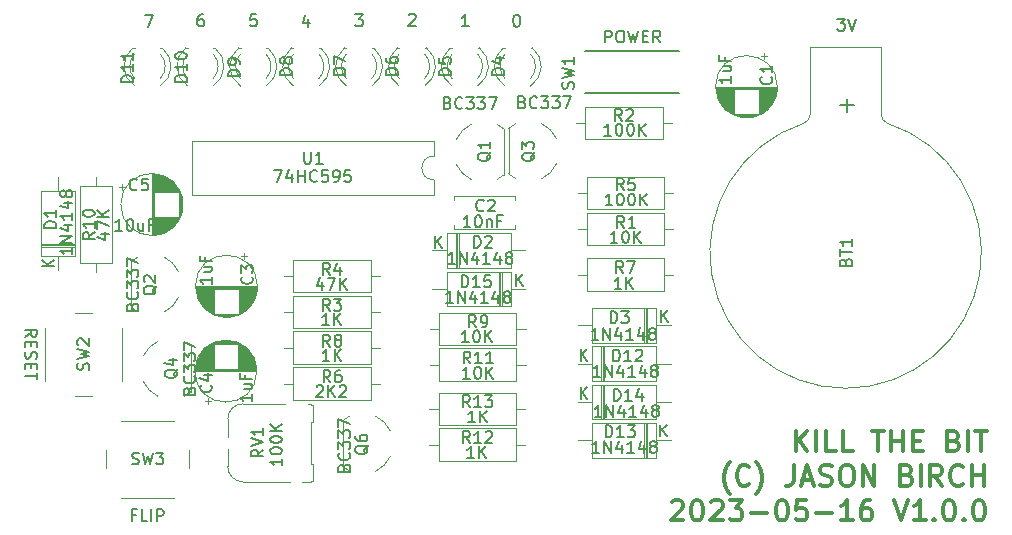
<source format=gbr>
G04 #@! TF.GenerationSoftware,KiCad,Pcbnew,5.1.4+dfsg1-1~bpo10+1*
G04 #@! TF.CreationDate,2023-05-09T01:13:06+01:00*
G04 #@! TF.ProjectId,KILL_THE_BIT_LOGIC,4b494c4c-5f54-4484-955f-4249545f4c4f,rev?*
G04 #@! TF.SameCoordinates,Original*
G04 #@! TF.FileFunction,Legend,Top*
G04 #@! TF.FilePolarity,Positive*
%FSLAX46Y46*%
G04 Gerber Fmt 4.6, Leading zero omitted, Abs format (unit mm)*
G04 Created by KiCad (PCBNEW 5.1.4+dfsg1-1~bpo10+1) date 2023-05-09 01:13:06*
%MOMM*%
%LPD*%
G04 APERTURE LIST*
%ADD10C,0.300000*%
%ADD11C,0.150000*%
%ADD12C,0.120000*%
G04 APERTURE END LIST*
D10*
X170851666Y-109166666D02*
X170851666Y-107416666D01*
X171851666Y-109166666D02*
X171101666Y-108166666D01*
X171851666Y-107416666D02*
X170851666Y-108416666D01*
X172601666Y-109166666D02*
X172601666Y-107416666D01*
X174268333Y-109166666D02*
X173435000Y-109166666D01*
X173435000Y-107416666D01*
X175685000Y-109166666D02*
X174851666Y-109166666D01*
X174851666Y-107416666D01*
X177351666Y-107416666D02*
X178351666Y-107416666D01*
X177851666Y-109166666D02*
X177851666Y-107416666D01*
X178935000Y-109166666D02*
X178935000Y-107416666D01*
X178935000Y-108250000D02*
X179935000Y-108250000D01*
X179935000Y-109166666D02*
X179935000Y-107416666D01*
X180768333Y-108250000D02*
X181351666Y-108250000D01*
X181601666Y-109166666D02*
X180768333Y-109166666D01*
X180768333Y-107416666D01*
X181601666Y-107416666D01*
X184268333Y-108250000D02*
X184518333Y-108333333D01*
X184601666Y-108416666D01*
X184685000Y-108583333D01*
X184685000Y-108833333D01*
X184601666Y-109000000D01*
X184518333Y-109083333D01*
X184351666Y-109166666D01*
X183685000Y-109166666D01*
X183685000Y-107416666D01*
X184268333Y-107416666D01*
X184435000Y-107500000D01*
X184518333Y-107583333D01*
X184601666Y-107750000D01*
X184601666Y-107916666D01*
X184518333Y-108083333D01*
X184435000Y-108166666D01*
X184268333Y-108250000D01*
X183685000Y-108250000D01*
X185435000Y-109166666D02*
X185435000Y-107416666D01*
X186018333Y-107416666D02*
X187018333Y-107416666D01*
X186518333Y-109166666D02*
X186518333Y-107416666D01*
X165268333Y-112758333D02*
X165185000Y-112675000D01*
X165018333Y-112425000D01*
X164935000Y-112258333D01*
X164851666Y-112008333D01*
X164768333Y-111591666D01*
X164768333Y-111258333D01*
X164851666Y-110841666D01*
X164935000Y-110591666D01*
X165018333Y-110425000D01*
X165185000Y-110175000D01*
X165268333Y-110091666D01*
X166935000Y-111925000D02*
X166851666Y-112008333D01*
X166601666Y-112091666D01*
X166435000Y-112091666D01*
X166185000Y-112008333D01*
X166018333Y-111841666D01*
X165935000Y-111675000D01*
X165851666Y-111341666D01*
X165851666Y-111091666D01*
X165935000Y-110758333D01*
X166018333Y-110591666D01*
X166185000Y-110425000D01*
X166435000Y-110341666D01*
X166601666Y-110341666D01*
X166851666Y-110425000D01*
X166935000Y-110508333D01*
X167518333Y-112758333D02*
X167601666Y-112675000D01*
X167768333Y-112425000D01*
X167851666Y-112258333D01*
X167935000Y-112008333D01*
X168018333Y-111591666D01*
X168018333Y-111258333D01*
X167935000Y-110841666D01*
X167851666Y-110591666D01*
X167768333Y-110425000D01*
X167601666Y-110175000D01*
X167518333Y-110091666D01*
X170685000Y-110341666D02*
X170685000Y-111591666D01*
X170601666Y-111841666D01*
X170435000Y-112008333D01*
X170185000Y-112091666D01*
X170018333Y-112091666D01*
X171435000Y-111591666D02*
X172268333Y-111591666D01*
X171268333Y-112091666D02*
X171851666Y-110341666D01*
X172435000Y-112091666D01*
X172935000Y-112008333D02*
X173185000Y-112091666D01*
X173601666Y-112091666D01*
X173768333Y-112008333D01*
X173851666Y-111925000D01*
X173935000Y-111758333D01*
X173935000Y-111591666D01*
X173851666Y-111425000D01*
X173768333Y-111341666D01*
X173601666Y-111258333D01*
X173268333Y-111175000D01*
X173101666Y-111091666D01*
X173018333Y-111008333D01*
X172935000Y-110841666D01*
X172935000Y-110675000D01*
X173018333Y-110508333D01*
X173101666Y-110425000D01*
X173268333Y-110341666D01*
X173685000Y-110341666D01*
X173935000Y-110425000D01*
X175018333Y-110341666D02*
X175351666Y-110341666D01*
X175518333Y-110425000D01*
X175685000Y-110591666D01*
X175768333Y-110925000D01*
X175768333Y-111508333D01*
X175685000Y-111841666D01*
X175518333Y-112008333D01*
X175351666Y-112091666D01*
X175018333Y-112091666D01*
X174851666Y-112008333D01*
X174685000Y-111841666D01*
X174601666Y-111508333D01*
X174601666Y-110925000D01*
X174685000Y-110591666D01*
X174851666Y-110425000D01*
X175018333Y-110341666D01*
X176518333Y-112091666D02*
X176518333Y-110341666D01*
X177518333Y-112091666D01*
X177518333Y-110341666D01*
X180268333Y-111175000D02*
X180518333Y-111258333D01*
X180601666Y-111341666D01*
X180685000Y-111508333D01*
X180685000Y-111758333D01*
X180601666Y-111925000D01*
X180518333Y-112008333D01*
X180351666Y-112091666D01*
X179685000Y-112091666D01*
X179685000Y-110341666D01*
X180268333Y-110341666D01*
X180435000Y-110425000D01*
X180518333Y-110508333D01*
X180601666Y-110675000D01*
X180601666Y-110841666D01*
X180518333Y-111008333D01*
X180435000Y-111091666D01*
X180268333Y-111175000D01*
X179685000Y-111175000D01*
X181435000Y-112091666D02*
X181435000Y-110341666D01*
X183268333Y-112091666D02*
X182685000Y-111258333D01*
X182268333Y-112091666D02*
X182268333Y-110341666D01*
X182935000Y-110341666D01*
X183101666Y-110425000D01*
X183185000Y-110508333D01*
X183268333Y-110675000D01*
X183268333Y-110925000D01*
X183185000Y-111091666D01*
X183101666Y-111175000D01*
X182935000Y-111258333D01*
X182268333Y-111258333D01*
X185018333Y-111925000D02*
X184935000Y-112008333D01*
X184685000Y-112091666D01*
X184518333Y-112091666D01*
X184268333Y-112008333D01*
X184101666Y-111841666D01*
X184018333Y-111675000D01*
X183935000Y-111341666D01*
X183935000Y-111091666D01*
X184018333Y-110758333D01*
X184101666Y-110591666D01*
X184268333Y-110425000D01*
X184518333Y-110341666D01*
X184685000Y-110341666D01*
X184935000Y-110425000D01*
X185018333Y-110508333D01*
X185768333Y-112091666D02*
X185768333Y-110341666D01*
X185768333Y-111175000D02*
X186768333Y-111175000D01*
X186768333Y-112091666D02*
X186768333Y-110341666D01*
X160351666Y-113433333D02*
X160435000Y-113350000D01*
X160601666Y-113266666D01*
X161018333Y-113266666D01*
X161185000Y-113350000D01*
X161268333Y-113433333D01*
X161351666Y-113600000D01*
X161351666Y-113766666D01*
X161268333Y-114016666D01*
X160268333Y-115016666D01*
X161351666Y-115016666D01*
X162435000Y-113266666D02*
X162601666Y-113266666D01*
X162768333Y-113350000D01*
X162851666Y-113433333D01*
X162935000Y-113600000D01*
X163018333Y-113933333D01*
X163018333Y-114350000D01*
X162935000Y-114683333D01*
X162851666Y-114850000D01*
X162768333Y-114933333D01*
X162601666Y-115016666D01*
X162435000Y-115016666D01*
X162268333Y-114933333D01*
X162185000Y-114850000D01*
X162101666Y-114683333D01*
X162018333Y-114350000D01*
X162018333Y-113933333D01*
X162101666Y-113600000D01*
X162185000Y-113433333D01*
X162268333Y-113350000D01*
X162435000Y-113266666D01*
X163685000Y-113433333D02*
X163768333Y-113350000D01*
X163935000Y-113266666D01*
X164351666Y-113266666D01*
X164518333Y-113350000D01*
X164601666Y-113433333D01*
X164685000Y-113600000D01*
X164685000Y-113766666D01*
X164601666Y-114016666D01*
X163601666Y-115016666D01*
X164685000Y-115016666D01*
X165268333Y-113266666D02*
X166351666Y-113266666D01*
X165768333Y-113933333D01*
X166018333Y-113933333D01*
X166185000Y-114016666D01*
X166268333Y-114100000D01*
X166351666Y-114266666D01*
X166351666Y-114683333D01*
X166268333Y-114850000D01*
X166185000Y-114933333D01*
X166018333Y-115016666D01*
X165518333Y-115016666D01*
X165351666Y-114933333D01*
X165268333Y-114850000D01*
X167101666Y-114350000D02*
X168435000Y-114350000D01*
X169601666Y-113266666D02*
X169768333Y-113266666D01*
X169935000Y-113350000D01*
X170018333Y-113433333D01*
X170101666Y-113600000D01*
X170185000Y-113933333D01*
X170185000Y-114350000D01*
X170101666Y-114683333D01*
X170018333Y-114850000D01*
X169935000Y-114933333D01*
X169768333Y-115016666D01*
X169601666Y-115016666D01*
X169435000Y-114933333D01*
X169351666Y-114850000D01*
X169268333Y-114683333D01*
X169185000Y-114350000D01*
X169185000Y-113933333D01*
X169268333Y-113600000D01*
X169351666Y-113433333D01*
X169435000Y-113350000D01*
X169601666Y-113266666D01*
X171768333Y-113266666D02*
X170935000Y-113266666D01*
X170851666Y-114100000D01*
X170935000Y-114016666D01*
X171101666Y-113933333D01*
X171518333Y-113933333D01*
X171685000Y-114016666D01*
X171768333Y-114100000D01*
X171851666Y-114266666D01*
X171851666Y-114683333D01*
X171768333Y-114850000D01*
X171685000Y-114933333D01*
X171518333Y-115016666D01*
X171101666Y-115016666D01*
X170935000Y-114933333D01*
X170851666Y-114850000D01*
X172601666Y-114350000D02*
X173935000Y-114350000D01*
X175685000Y-115016666D02*
X174685000Y-115016666D01*
X175185000Y-115016666D02*
X175185000Y-113266666D01*
X175018333Y-113516666D01*
X174851666Y-113683333D01*
X174685000Y-113766666D01*
X177185000Y-113266666D02*
X176851666Y-113266666D01*
X176685000Y-113350000D01*
X176601666Y-113433333D01*
X176435000Y-113683333D01*
X176351666Y-114016666D01*
X176351666Y-114683333D01*
X176435000Y-114850000D01*
X176518333Y-114933333D01*
X176685000Y-115016666D01*
X177018333Y-115016666D01*
X177185000Y-114933333D01*
X177268333Y-114850000D01*
X177351666Y-114683333D01*
X177351666Y-114266666D01*
X177268333Y-114100000D01*
X177185000Y-114016666D01*
X177018333Y-113933333D01*
X176685000Y-113933333D01*
X176518333Y-114016666D01*
X176435000Y-114100000D01*
X176351666Y-114266666D01*
X179185000Y-113266666D02*
X179768333Y-115016666D01*
X180351666Y-113266666D01*
X181851666Y-115016666D02*
X180851666Y-115016666D01*
X181351666Y-115016666D02*
X181351666Y-113266666D01*
X181185000Y-113516666D01*
X181018333Y-113683333D01*
X180851666Y-113766666D01*
X182601666Y-114850000D02*
X182685000Y-114933333D01*
X182601666Y-115016666D01*
X182518333Y-114933333D01*
X182601666Y-114850000D01*
X182601666Y-115016666D01*
X183768333Y-113266666D02*
X183935000Y-113266666D01*
X184101666Y-113350000D01*
X184185000Y-113433333D01*
X184268333Y-113600000D01*
X184351666Y-113933333D01*
X184351666Y-114350000D01*
X184268333Y-114683333D01*
X184185000Y-114850000D01*
X184101666Y-114933333D01*
X183935000Y-115016666D01*
X183768333Y-115016666D01*
X183601666Y-114933333D01*
X183518333Y-114850000D01*
X183435000Y-114683333D01*
X183351666Y-114350000D01*
X183351666Y-113933333D01*
X183435000Y-113600000D01*
X183518333Y-113433333D01*
X183601666Y-113350000D01*
X183768333Y-113266666D01*
X185101666Y-114850000D02*
X185185000Y-114933333D01*
X185101666Y-115016666D01*
X185018333Y-114933333D01*
X185101666Y-114850000D01*
X185101666Y-115016666D01*
X186268333Y-113266666D02*
X186435000Y-113266666D01*
X186601666Y-113350000D01*
X186685000Y-113433333D01*
X186768333Y-113600000D01*
X186851666Y-113933333D01*
X186851666Y-114350000D01*
X186768333Y-114683333D01*
X186685000Y-114850000D01*
X186601666Y-114933333D01*
X186435000Y-115016666D01*
X186268333Y-115016666D01*
X186101666Y-114933333D01*
X186018333Y-114850000D01*
X185935000Y-114683333D01*
X185851666Y-114350000D01*
X185851666Y-113933333D01*
X185935000Y-113600000D01*
X186018333Y-113433333D01*
X186101666Y-113350000D01*
X186268333Y-113266666D01*
D11*
X161000000Y-78830000D02*
X153000000Y-78830000D01*
X161000000Y-75230000D02*
X153000000Y-75230000D01*
D12*
X175135447Y-103820672D02*
G75*
G02X171590166Y-81375001I-45281J11495671D01*
G01*
X171563782Y-81376755D02*
G75*
G03X172090166Y-80625001I-273616J751754D01*
G01*
X175044885Y-103820672D02*
G75*
G03X178590166Y-81375001I45281J11495671D01*
G01*
X178616550Y-81376755D02*
G75*
G02X178090166Y-80625001I273616J751754D01*
G01*
X178090166Y-74925001D02*
X178090166Y-80625001D01*
X172090166Y-74925001D02*
X178090166Y-74925001D01*
X172090166Y-74925001D02*
X172090166Y-80625001D01*
X169310000Y-78280000D02*
G75*
G03X169310000Y-78280000I-2620000J0D01*
G01*
X169270000Y-78280000D02*
X164110000Y-78280000D01*
X169270000Y-78320000D02*
X164110000Y-78320000D01*
X169269000Y-78360000D02*
X164111000Y-78360000D01*
X169268000Y-78400000D02*
X164112000Y-78400000D01*
X169266000Y-78440000D02*
X164114000Y-78440000D01*
X169263000Y-78480000D02*
X164117000Y-78480000D01*
X169259000Y-78520000D02*
X167730000Y-78520000D01*
X165650000Y-78520000D02*
X164121000Y-78520000D01*
X169255000Y-78560000D02*
X167730000Y-78560000D01*
X165650000Y-78560000D02*
X164125000Y-78560000D01*
X169251000Y-78600000D02*
X167730000Y-78600000D01*
X165650000Y-78600000D02*
X164129000Y-78600000D01*
X169246000Y-78640000D02*
X167730000Y-78640000D01*
X165650000Y-78640000D02*
X164134000Y-78640000D01*
X169240000Y-78680000D02*
X167730000Y-78680000D01*
X165650000Y-78680000D02*
X164140000Y-78680000D01*
X169233000Y-78720000D02*
X167730000Y-78720000D01*
X165650000Y-78720000D02*
X164147000Y-78720000D01*
X169226000Y-78760000D02*
X167730000Y-78760000D01*
X165650000Y-78760000D02*
X164154000Y-78760000D01*
X169218000Y-78800000D02*
X167730000Y-78800000D01*
X165650000Y-78800000D02*
X164162000Y-78800000D01*
X169210000Y-78840000D02*
X167730000Y-78840000D01*
X165650000Y-78840000D02*
X164170000Y-78840000D01*
X169201000Y-78880000D02*
X167730000Y-78880000D01*
X165650000Y-78880000D02*
X164179000Y-78880000D01*
X169191000Y-78920000D02*
X167730000Y-78920000D01*
X165650000Y-78920000D02*
X164189000Y-78920000D01*
X169181000Y-78960000D02*
X167730000Y-78960000D01*
X165650000Y-78960000D02*
X164199000Y-78960000D01*
X169170000Y-79001000D02*
X167730000Y-79001000D01*
X165650000Y-79001000D02*
X164210000Y-79001000D01*
X169158000Y-79041000D02*
X167730000Y-79041000D01*
X165650000Y-79041000D02*
X164222000Y-79041000D01*
X169145000Y-79081000D02*
X167730000Y-79081000D01*
X165650000Y-79081000D02*
X164235000Y-79081000D01*
X169132000Y-79121000D02*
X167730000Y-79121000D01*
X165650000Y-79121000D02*
X164248000Y-79121000D01*
X169118000Y-79161000D02*
X167730000Y-79161000D01*
X165650000Y-79161000D02*
X164262000Y-79161000D01*
X169104000Y-79201000D02*
X167730000Y-79201000D01*
X165650000Y-79201000D02*
X164276000Y-79201000D01*
X169088000Y-79241000D02*
X167730000Y-79241000D01*
X165650000Y-79241000D02*
X164292000Y-79241000D01*
X169072000Y-79281000D02*
X167730000Y-79281000D01*
X165650000Y-79281000D02*
X164308000Y-79281000D01*
X169055000Y-79321000D02*
X167730000Y-79321000D01*
X165650000Y-79321000D02*
X164325000Y-79321000D01*
X169038000Y-79361000D02*
X167730000Y-79361000D01*
X165650000Y-79361000D02*
X164342000Y-79361000D01*
X169019000Y-79401000D02*
X167730000Y-79401000D01*
X165650000Y-79401000D02*
X164361000Y-79401000D01*
X169000000Y-79441000D02*
X167730000Y-79441000D01*
X165650000Y-79441000D02*
X164380000Y-79441000D01*
X168980000Y-79481000D02*
X167730000Y-79481000D01*
X165650000Y-79481000D02*
X164400000Y-79481000D01*
X168958000Y-79521000D02*
X167730000Y-79521000D01*
X165650000Y-79521000D02*
X164422000Y-79521000D01*
X168937000Y-79561000D02*
X167730000Y-79561000D01*
X165650000Y-79561000D02*
X164443000Y-79561000D01*
X168914000Y-79601000D02*
X167730000Y-79601000D01*
X165650000Y-79601000D02*
X164466000Y-79601000D01*
X168890000Y-79641000D02*
X167730000Y-79641000D01*
X165650000Y-79641000D02*
X164490000Y-79641000D01*
X168865000Y-79681000D02*
X167730000Y-79681000D01*
X165650000Y-79681000D02*
X164515000Y-79681000D01*
X168839000Y-79721000D02*
X167730000Y-79721000D01*
X165650000Y-79721000D02*
X164541000Y-79721000D01*
X168812000Y-79761000D02*
X167730000Y-79761000D01*
X165650000Y-79761000D02*
X164568000Y-79761000D01*
X168785000Y-79801000D02*
X167730000Y-79801000D01*
X165650000Y-79801000D02*
X164595000Y-79801000D01*
X168755000Y-79841000D02*
X167730000Y-79841000D01*
X165650000Y-79841000D02*
X164625000Y-79841000D01*
X168725000Y-79881000D02*
X167730000Y-79881000D01*
X165650000Y-79881000D02*
X164655000Y-79881000D01*
X168694000Y-79921000D02*
X167730000Y-79921000D01*
X165650000Y-79921000D02*
X164686000Y-79921000D01*
X168661000Y-79961000D02*
X167730000Y-79961000D01*
X165650000Y-79961000D02*
X164719000Y-79961000D01*
X168627000Y-80001000D02*
X167730000Y-80001000D01*
X165650000Y-80001000D02*
X164753000Y-80001000D01*
X168591000Y-80041000D02*
X167730000Y-80041000D01*
X165650000Y-80041000D02*
X164789000Y-80041000D01*
X168554000Y-80081000D02*
X167730000Y-80081000D01*
X165650000Y-80081000D02*
X164826000Y-80081000D01*
X168516000Y-80121000D02*
X167730000Y-80121000D01*
X165650000Y-80121000D02*
X164864000Y-80121000D01*
X168475000Y-80161000D02*
X167730000Y-80161000D01*
X165650000Y-80161000D02*
X164905000Y-80161000D01*
X168433000Y-80201000D02*
X167730000Y-80201000D01*
X165650000Y-80201000D02*
X164947000Y-80201000D01*
X168389000Y-80241000D02*
X167730000Y-80241000D01*
X165650000Y-80241000D02*
X164991000Y-80241000D01*
X168343000Y-80281000D02*
X167730000Y-80281000D01*
X165650000Y-80281000D02*
X165037000Y-80281000D01*
X168295000Y-80321000D02*
X167730000Y-80321000D01*
X165650000Y-80321000D02*
X165085000Y-80321000D01*
X168244000Y-80361000D02*
X167730000Y-80361000D01*
X165650000Y-80361000D02*
X165136000Y-80361000D01*
X168190000Y-80401000D02*
X167730000Y-80401000D01*
X165650000Y-80401000D02*
X165190000Y-80401000D01*
X168133000Y-80441000D02*
X167730000Y-80441000D01*
X165650000Y-80441000D02*
X165247000Y-80441000D01*
X168073000Y-80481000D02*
X167730000Y-80481000D01*
X165650000Y-80481000D02*
X165307000Y-80481000D01*
X168009000Y-80521000D02*
X167730000Y-80521000D01*
X165650000Y-80521000D02*
X165371000Y-80521000D01*
X167941000Y-80561000D02*
X167730000Y-80561000D01*
X165650000Y-80561000D02*
X165439000Y-80561000D01*
X167868000Y-80601000D02*
X165512000Y-80601000D01*
X167788000Y-80641000D02*
X165592000Y-80641000D01*
X167701000Y-80681000D02*
X165679000Y-80681000D01*
X167605000Y-80721000D02*
X165775000Y-80721000D01*
X167495000Y-80761000D02*
X165885000Y-80761000D01*
X167367000Y-80801000D02*
X166013000Y-80801000D01*
X167208000Y-80841000D02*
X166172000Y-80841000D01*
X166974000Y-80881000D02*
X166406000Y-80881000D01*
X168165000Y-75475225D02*
X168165000Y-75975225D01*
X168415000Y-75725225D02*
X167915000Y-75725225D01*
X147130000Y-90005000D02*
X147130000Y-90320000D01*
X147130000Y-87580000D02*
X147130000Y-87895000D01*
X141890000Y-90005000D02*
X141890000Y-90320000D01*
X141890000Y-87580000D02*
X141890000Y-87895000D01*
X141890000Y-90320000D02*
X147130000Y-90320000D01*
X141890000Y-87580000D02*
X147130000Y-87580000D01*
X124385000Y-92625225D02*
X123885000Y-92625225D01*
X124135000Y-92375225D02*
X124135000Y-92875225D01*
X122944000Y-97781000D02*
X122376000Y-97781000D01*
X123178000Y-97741000D02*
X122142000Y-97741000D01*
X123337000Y-97701000D02*
X121983000Y-97701000D01*
X123465000Y-97661000D02*
X121855000Y-97661000D01*
X123575000Y-97621000D02*
X121745000Y-97621000D01*
X123671000Y-97581000D02*
X121649000Y-97581000D01*
X123758000Y-97541000D02*
X121562000Y-97541000D01*
X123838000Y-97501000D02*
X121482000Y-97501000D01*
X121620000Y-97461000D02*
X121409000Y-97461000D01*
X123911000Y-97461000D02*
X123700000Y-97461000D01*
X121620000Y-97421000D02*
X121341000Y-97421000D01*
X123979000Y-97421000D02*
X123700000Y-97421000D01*
X121620000Y-97381000D02*
X121277000Y-97381000D01*
X124043000Y-97381000D02*
X123700000Y-97381000D01*
X121620000Y-97341000D02*
X121217000Y-97341000D01*
X124103000Y-97341000D02*
X123700000Y-97341000D01*
X121620000Y-97301000D02*
X121160000Y-97301000D01*
X124160000Y-97301000D02*
X123700000Y-97301000D01*
X121620000Y-97261000D02*
X121106000Y-97261000D01*
X124214000Y-97261000D02*
X123700000Y-97261000D01*
X121620000Y-97221000D02*
X121055000Y-97221000D01*
X124265000Y-97221000D02*
X123700000Y-97221000D01*
X121620000Y-97181000D02*
X121007000Y-97181000D01*
X124313000Y-97181000D02*
X123700000Y-97181000D01*
X121620000Y-97141000D02*
X120961000Y-97141000D01*
X124359000Y-97141000D02*
X123700000Y-97141000D01*
X121620000Y-97101000D02*
X120917000Y-97101000D01*
X124403000Y-97101000D02*
X123700000Y-97101000D01*
X121620000Y-97061000D02*
X120875000Y-97061000D01*
X124445000Y-97061000D02*
X123700000Y-97061000D01*
X121620000Y-97021000D02*
X120834000Y-97021000D01*
X124486000Y-97021000D02*
X123700000Y-97021000D01*
X121620000Y-96981000D02*
X120796000Y-96981000D01*
X124524000Y-96981000D02*
X123700000Y-96981000D01*
X121620000Y-96941000D02*
X120759000Y-96941000D01*
X124561000Y-96941000D02*
X123700000Y-96941000D01*
X121620000Y-96901000D02*
X120723000Y-96901000D01*
X124597000Y-96901000D02*
X123700000Y-96901000D01*
X121620000Y-96861000D02*
X120689000Y-96861000D01*
X124631000Y-96861000D02*
X123700000Y-96861000D01*
X121620000Y-96821000D02*
X120656000Y-96821000D01*
X124664000Y-96821000D02*
X123700000Y-96821000D01*
X121620000Y-96781000D02*
X120625000Y-96781000D01*
X124695000Y-96781000D02*
X123700000Y-96781000D01*
X121620000Y-96741000D02*
X120595000Y-96741000D01*
X124725000Y-96741000D02*
X123700000Y-96741000D01*
X121620000Y-96701000D02*
X120565000Y-96701000D01*
X124755000Y-96701000D02*
X123700000Y-96701000D01*
X121620000Y-96661000D02*
X120538000Y-96661000D01*
X124782000Y-96661000D02*
X123700000Y-96661000D01*
X121620000Y-96621000D02*
X120511000Y-96621000D01*
X124809000Y-96621000D02*
X123700000Y-96621000D01*
X121620000Y-96581000D02*
X120485000Y-96581000D01*
X124835000Y-96581000D02*
X123700000Y-96581000D01*
X121620000Y-96541000D02*
X120460000Y-96541000D01*
X124860000Y-96541000D02*
X123700000Y-96541000D01*
X121620000Y-96501000D02*
X120436000Y-96501000D01*
X124884000Y-96501000D02*
X123700000Y-96501000D01*
X121620000Y-96461000D02*
X120413000Y-96461000D01*
X124907000Y-96461000D02*
X123700000Y-96461000D01*
X121620000Y-96421000D02*
X120392000Y-96421000D01*
X124928000Y-96421000D02*
X123700000Y-96421000D01*
X121620000Y-96381000D02*
X120370000Y-96381000D01*
X124950000Y-96381000D02*
X123700000Y-96381000D01*
X121620000Y-96341000D02*
X120350000Y-96341000D01*
X124970000Y-96341000D02*
X123700000Y-96341000D01*
X121620000Y-96301000D02*
X120331000Y-96301000D01*
X124989000Y-96301000D02*
X123700000Y-96301000D01*
X121620000Y-96261000D02*
X120312000Y-96261000D01*
X125008000Y-96261000D02*
X123700000Y-96261000D01*
X121620000Y-96221000D02*
X120295000Y-96221000D01*
X125025000Y-96221000D02*
X123700000Y-96221000D01*
X121620000Y-96181000D02*
X120278000Y-96181000D01*
X125042000Y-96181000D02*
X123700000Y-96181000D01*
X121620000Y-96141000D02*
X120262000Y-96141000D01*
X125058000Y-96141000D02*
X123700000Y-96141000D01*
X121620000Y-96101000D02*
X120246000Y-96101000D01*
X125074000Y-96101000D02*
X123700000Y-96101000D01*
X121620000Y-96061000D02*
X120232000Y-96061000D01*
X125088000Y-96061000D02*
X123700000Y-96061000D01*
X121620000Y-96021000D02*
X120218000Y-96021000D01*
X125102000Y-96021000D02*
X123700000Y-96021000D01*
X121620000Y-95981000D02*
X120205000Y-95981000D01*
X125115000Y-95981000D02*
X123700000Y-95981000D01*
X121620000Y-95941000D02*
X120192000Y-95941000D01*
X125128000Y-95941000D02*
X123700000Y-95941000D01*
X121620000Y-95901000D02*
X120180000Y-95901000D01*
X125140000Y-95901000D02*
X123700000Y-95901000D01*
X121620000Y-95860000D02*
X120169000Y-95860000D01*
X125151000Y-95860000D02*
X123700000Y-95860000D01*
X121620000Y-95820000D02*
X120159000Y-95820000D01*
X125161000Y-95820000D02*
X123700000Y-95820000D01*
X121620000Y-95780000D02*
X120149000Y-95780000D01*
X125171000Y-95780000D02*
X123700000Y-95780000D01*
X121620000Y-95740000D02*
X120140000Y-95740000D01*
X125180000Y-95740000D02*
X123700000Y-95740000D01*
X121620000Y-95700000D02*
X120132000Y-95700000D01*
X125188000Y-95700000D02*
X123700000Y-95700000D01*
X121620000Y-95660000D02*
X120124000Y-95660000D01*
X125196000Y-95660000D02*
X123700000Y-95660000D01*
X121620000Y-95620000D02*
X120117000Y-95620000D01*
X125203000Y-95620000D02*
X123700000Y-95620000D01*
X121620000Y-95580000D02*
X120110000Y-95580000D01*
X125210000Y-95580000D02*
X123700000Y-95580000D01*
X121620000Y-95540000D02*
X120104000Y-95540000D01*
X125216000Y-95540000D02*
X123700000Y-95540000D01*
X121620000Y-95500000D02*
X120099000Y-95500000D01*
X125221000Y-95500000D02*
X123700000Y-95500000D01*
X121620000Y-95460000D02*
X120095000Y-95460000D01*
X125225000Y-95460000D02*
X123700000Y-95460000D01*
X121620000Y-95420000D02*
X120091000Y-95420000D01*
X125229000Y-95420000D02*
X123700000Y-95420000D01*
X125233000Y-95380000D02*
X120087000Y-95380000D01*
X125236000Y-95340000D02*
X120084000Y-95340000D01*
X125238000Y-95300000D02*
X120082000Y-95300000D01*
X125239000Y-95260000D02*
X120081000Y-95260000D01*
X125240000Y-95220000D02*
X120080000Y-95220000D01*
X125240000Y-95180000D02*
X120080000Y-95180000D01*
X125280000Y-95180000D02*
G75*
G03X125280000Y-95180000I-2620000J0D01*
G01*
X125230000Y-102370000D02*
G75*
G03X125230000Y-102370000I-2620000J0D01*
G01*
X120030000Y-102370000D02*
X125190000Y-102370000D01*
X120030000Y-102330000D02*
X125190000Y-102330000D01*
X120031000Y-102290000D02*
X125189000Y-102290000D01*
X120032000Y-102250000D02*
X125188000Y-102250000D01*
X120034000Y-102210000D02*
X125186000Y-102210000D01*
X120037000Y-102170000D02*
X125183000Y-102170000D01*
X120041000Y-102130000D02*
X121570000Y-102130000D01*
X123650000Y-102130000D02*
X125179000Y-102130000D01*
X120045000Y-102090000D02*
X121570000Y-102090000D01*
X123650000Y-102090000D02*
X125175000Y-102090000D01*
X120049000Y-102050000D02*
X121570000Y-102050000D01*
X123650000Y-102050000D02*
X125171000Y-102050000D01*
X120054000Y-102010000D02*
X121570000Y-102010000D01*
X123650000Y-102010000D02*
X125166000Y-102010000D01*
X120060000Y-101970000D02*
X121570000Y-101970000D01*
X123650000Y-101970000D02*
X125160000Y-101970000D01*
X120067000Y-101930000D02*
X121570000Y-101930000D01*
X123650000Y-101930000D02*
X125153000Y-101930000D01*
X120074000Y-101890000D02*
X121570000Y-101890000D01*
X123650000Y-101890000D02*
X125146000Y-101890000D01*
X120082000Y-101850000D02*
X121570000Y-101850000D01*
X123650000Y-101850000D02*
X125138000Y-101850000D01*
X120090000Y-101810000D02*
X121570000Y-101810000D01*
X123650000Y-101810000D02*
X125130000Y-101810000D01*
X120099000Y-101770000D02*
X121570000Y-101770000D01*
X123650000Y-101770000D02*
X125121000Y-101770000D01*
X120109000Y-101730000D02*
X121570000Y-101730000D01*
X123650000Y-101730000D02*
X125111000Y-101730000D01*
X120119000Y-101690000D02*
X121570000Y-101690000D01*
X123650000Y-101690000D02*
X125101000Y-101690000D01*
X120130000Y-101649000D02*
X121570000Y-101649000D01*
X123650000Y-101649000D02*
X125090000Y-101649000D01*
X120142000Y-101609000D02*
X121570000Y-101609000D01*
X123650000Y-101609000D02*
X125078000Y-101609000D01*
X120155000Y-101569000D02*
X121570000Y-101569000D01*
X123650000Y-101569000D02*
X125065000Y-101569000D01*
X120168000Y-101529000D02*
X121570000Y-101529000D01*
X123650000Y-101529000D02*
X125052000Y-101529000D01*
X120182000Y-101489000D02*
X121570000Y-101489000D01*
X123650000Y-101489000D02*
X125038000Y-101489000D01*
X120196000Y-101449000D02*
X121570000Y-101449000D01*
X123650000Y-101449000D02*
X125024000Y-101449000D01*
X120212000Y-101409000D02*
X121570000Y-101409000D01*
X123650000Y-101409000D02*
X125008000Y-101409000D01*
X120228000Y-101369000D02*
X121570000Y-101369000D01*
X123650000Y-101369000D02*
X124992000Y-101369000D01*
X120245000Y-101329000D02*
X121570000Y-101329000D01*
X123650000Y-101329000D02*
X124975000Y-101329000D01*
X120262000Y-101289000D02*
X121570000Y-101289000D01*
X123650000Y-101289000D02*
X124958000Y-101289000D01*
X120281000Y-101249000D02*
X121570000Y-101249000D01*
X123650000Y-101249000D02*
X124939000Y-101249000D01*
X120300000Y-101209000D02*
X121570000Y-101209000D01*
X123650000Y-101209000D02*
X124920000Y-101209000D01*
X120320000Y-101169000D02*
X121570000Y-101169000D01*
X123650000Y-101169000D02*
X124900000Y-101169000D01*
X120342000Y-101129000D02*
X121570000Y-101129000D01*
X123650000Y-101129000D02*
X124878000Y-101129000D01*
X120363000Y-101089000D02*
X121570000Y-101089000D01*
X123650000Y-101089000D02*
X124857000Y-101089000D01*
X120386000Y-101049000D02*
X121570000Y-101049000D01*
X123650000Y-101049000D02*
X124834000Y-101049000D01*
X120410000Y-101009000D02*
X121570000Y-101009000D01*
X123650000Y-101009000D02*
X124810000Y-101009000D01*
X120435000Y-100969000D02*
X121570000Y-100969000D01*
X123650000Y-100969000D02*
X124785000Y-100969000D01*
X120461000Y-100929000D02*
X121570000Y-100929000D01*
X123650000Y-100929000D02*
X124759000Y-100929000D01*
X120488000Y-100889000D02*
X121570000Y-100889000D01*
X123650000Y-100889000D02*
X124732000Y-100889000D01*
X120515000Y-100849000D02*
X121570000Y-100849000D01*
X123650000Y-100849000D02*
X124705000Y-100849000D01*
X120545000Y-100809000D02*
X121570000Y-100809000D01*
X123650000Y-100809000D02*
X124675000Y-100809000D01*
X120575000Y-100769000D02*
X121570000Y-100769000D01*
X123650000Y-100769000D02*
X124645000Y-100769000D01*
X120606000Y-100729000D02*
X121570000Y-100729000D01*
X123650000Y-100729000D02*
X124614000Y-100729000D01*
X120639000Y-100689000D02*
X121570000Y-100689000D01*
X123650000Y-100689000D02*
X124581000Y-100689000D01*
X120673000Y-100649000D02*
X121570000Y-100649000D01*
X123650000Y-100649000D02*
X124547000Y-100649000D01*
X120709000Y-100609000D02*
X121570000Y-100609000D01*
X123650000Y-100609000D02*
X124511000Y-100609000D01*
X120746000Y-100569000D02*
X121570000Y-100569000D01*
X123650000Y-100569000D02*
X124474000Y-100569000D01*
X120784000Y-100529000D02*
X121570000Y-100529000D01*
X123650000Y-100529000D02*
X124436000Y-100529000D01*
X120825000Y-100489000D02*
X121570000Y-100489000D01*
X123650000Y-100489000D02*
X124395000Y-100489000D01*
X120867000Y-100449000D02*
X121570000Y-100449000D01*
X123650000Y-100449000D02*
X124353000Y-100449000D01*
X120911000Y-100409000D02*
X121570000Y-100409000D01*
X123650000Y-100409000D02*
X124309000Y-100409000D01*
X120957000Y-100369000D02*
X121570000Y-100369000D01*
X123650000Y-100369000D02*
X124263000Y-100369000D01*
X121005000Y-100329000D02*
X121570000Y-100329000D01*
X123650000Y-100329000D02*
X124215000Y-100329000D01*
X121056000Y-100289000D02*
X121570000Y-100289000D01*
X123650000Y-100289000D02*
X124164000Y-100289000D01*
X121110000Y-100249000D02*
X121570000Y-100249000D01*
X123650000Y-100249000D02*
X124110000Y-100249000D01*
X121167000Y-100209000D02*
X121570000Y-100209000D01*
X123650000Y-100209000D02*
X124053000Y-100209000D01*
X121227000Y-100169000D02*
X121570000Y-100169000D01*
X123650000Y-100169000D02*
X123993000Y-100169000D01*
X121291000Y-100129000D02*
X121570000Y-100129000D01*
X123650000Y-100129000D02*
X123929000Y-100129000D01*
X121359000Y-100089000D02*
X121570000Y-100089000D01*
X123650000Y-100089000D02*
X123861000Y-100089000D01*
X121432000Y-100049000D02*
X123788000Y-100049000D01*
X121512000Y-100009000D02*
X123708000Y-100009000D01*
X121599000Y-99969000D02*
X123621000Y-99969000D01*
X121695000Y-99929000D02*
X123525000Y-99929000D01*
X121805000Y-99889000D02*
X123415000Y-99889000D01*
X121933000Y-99849000D02*
X123287000Y-99849000D01*
X122092000Y-99809000D02*
X123128000Y-99809000D01*
X122326000Y-99769000D02*
X122894000Y-99769000D01*
X121135000Y-105174775D02*
X121135000Y-104674775D01*
X120885000Y-104924775D02*
X121385000Y-104924775D01*
X113785225Y-86535000D02*
X113785225Y-87035000D01*
X113535225Y-86785000D02*
X114035225Y-86785000D01*
X118941000Y-87976000D02*
X118941000Y-88544000D01*
X118901000Y-87742000D02*
X118901000Y-88778000D01*
X118861000Y-87583000D02*
X118861000Y-88937000D01*
X118821000Y-87455000D02*
X118821000Y-89065000D01*
X118781000Y-87345000D02*
X118781000Y-89175000D01*
X118741000Y-87249000D02*
X118741000Y-89271000D01*
X118701000Y-87162000D02*
X118701000Y-89358000D01*
X118661000Y-87082000D02*
X118661000Y-89438000D01*
X118621000Y-89300000D02*
X118621000Y-89511000D01*
X118621000Y-87009000D02*
X118621000Y-87220000D01*
X118581000Y-89300000D02*
X118581000Y-89579000D01*
X118581000Y-86941000D02*
X118581000Y-87220000D01*
X118541000Y-89300000D02*
X118541000Y-89643000D01*
X118541000Y-86877000D02*
X118541000Y-87220000D01*
X118501000Y-89300000D02*
X118501000Y-89703000D01*
X118501000Y-86817000D02*
X118501000Y-87220000D01*
X118461000Y-89300000D02*
X118461000Y-89760000D01*
X118461000Y-86760000D02*
X118461000Y-87220000D01*
X118421000Y-89300000D02*
X118421000Y-89814000D01*
X118421000Y-86706000D02*
X118421000Y-87220000D01*
X118381000Y-89300000D02*
X118381000Y-89865000D01*
X118381000Y-86655000D02*
X118381000Y-87220000D01*
X118341000Y-89300000D02*
X118341000Y-89913000D01*
X118341000Y-86607000D02*
X118341000Y-87220000D01*
X118301000Y-89300000D02*
X118301000Y-89959000D01*
X118301000Y-86561000D02*
X118301000Y-87220000D01*
X118261000Y-89300000D02*
X118261000Y-90003000D01*
X118261000Y-86517000D02*
X118261000Y-87220000D01*
X118221000Y-89300000D02*
X118221000Y-90045000D01*
X118221000Y-86475000D02*
X118221000Y-87220000D01*
X118181000Y-89300000D02*
X118181000Y-90086000D01*
X118181000Y-86434000D02*
X118181000Y-87220000D01*
X118141000Y-89300000D02*
X118141000Y-90124000D01*
X118141000Y-86396000D02*
X118141000Y-87220000D01*
X118101000Y-89300000D02*
X118101000Y-90161000D01*
X118101000Y-86359000D02*
X118101000Y-87220000D01*
X118061000Y-89300000D02*
X118061000Y-90197000D01*
X118061000Y-86323000D02*
X118061000Y-87220000D01*
X118021000Y-89300000D02*
X118021000Y-90231000D01*
X118021000Y-86289000D02*
X118021000Y-87220000D01*
X117981000Y-89300000D02*
X117981000Y-90264000D01*
X117981000Y-86256000D02*
X117981000Y-87220000D01*
X117941000Y-89300000D02*
X117941000Y-90295000D01*
X117941000Y-86225000D02*
X117941000Y-87220000D01*
X117901000Y-89300000D02*
X117901000Y-90325000D01*
X117901000Y-86195000D02*
X117901000Y-87220000D01*
X117861000Y-89300000D02*
X117861000Y-90355000D01*
X117861000Y-86165000D02*
X117861000Y-87220000D01*
X117821000Y-89300000D02*
X117821000Y-90382000D01*
X117821000Y-86138000D02*
X117821000Y-87220000D01*
X117781000Y-89300000D02*
X117781000Y-90409000D01*
X117781000Y-86111000D02*
X117781000Y-87220000D01*
X117741000Y-89300000D02*
X117741000Y-90435000D01*
X117741000Y-86085000D02*
X117741000Y-87220000D01*
X117701000Y-89300000D02*
X117701000Y-90460000D01*
X117701000Y-86060000D02*
X117701000Y-87220000D01*
X117661000Y-89300000D02*
X117661000Y-90484000D01*
X117661000Y-86036000D02*
X117661000Y-87220000D01*
X117621000Y-89300000D02*
X117621000Y-90507000D01*
X117621000Y-86013000D02*
X117621000Y-87220000D01*
X117581000Y-89300000D02*
X117581000Y-90528000D01*
X117581000Y-85992000D02*
X117581000Y-87220000D01*
X117541000Y-89300000D02*
X117541000Y-90550000D01*
X117541000Y-85970000D02*
X117541000Y-87220000D01*
X117501000Y-89300000D02*
X117501000Y-90570000D01*
X117501000Y-85950000D02*
X117501000Y-87220000D01*
X117461000Y-89300000D02*
X117461000Y-90589000D01*
X117461000Y-85931000D02*
X117461000Y-87220000D01*
X117421000Y-89300000D02*
X117421000Y-90608000D01*
X117421000Y-85912000D02*
X117421000Y-87220000D01*
X117381000Y-89300000D02*
X117381000Y-90625000D01*
X117381000Y-85895000D02*
X117381000Y-87220000D01*
X117341000Y-89300000D02*
X117341000Y-90642000D01*
X117341000Y-85878000D02*
X117341000Y-87220000D01*
X117301000Y-89300000D02*
X117301000Y-90658000D01*
X117301000Y-85862000D02*
X117301000Y-87220000D01*
X117261000Y-89300000D02*
X117261000Y-90674000D01*
X117261000Y-85846000D02*
X117261000Y-87220000D01*
X117221000Y-89300000D02*
X117221000Y-90688000D01*
X117221000Y-85832000D02*
X117221000Y-87220000D01*
X117181000Y-89300000D02*
X117181000Y-90702000D01*
X117181000Y-85818000D02*
X117181000Y-87220000D01*
X117141000Y-89300000D02*
X117141000Y-90715000D01*
X117141000Y-85805000D02*
X117141000Y-87220000D01*
X117101000Y-89300000D02*
X117101000Y-90728000D01*
X117101000Y-85792000D02*
X117101000Y-87220000D01*
X117061000Y-89300000D02*
X117061000Y-90740000D01*
X117061000Y-85780000D02*
X117061000Y-87220000D01*
X117020000Y-89300000D02*
X117020000Y-90751000D01*
X117020000Y-85769000D02*
X117020000Y-87220000D01*
X116980000Y-89300000D02*
X116980000Y-90761000D01*
X116980000Y-85759000D02*
X116980000Y-87220000D01*
X116940000Y-89300000D02*
X116940000Y-90771000D01*
X116940000Y-85749000D02*
X116940000Y-87220000D01*
X116900000Y-89300000D02*
X116900000Y-90780000D01*
X116900000Y-85740000D02*
X116900000Y-87220000D01*
X116860000Y-89300000D02*
X116860000Y-90788000D01*
X116860000Y-85732000D02*
X116860000Y-87220000D01*
X116820000Y-89300000D02*
X116820000Y-90796000D01*
X116820000Y-85724000D02*
X116820000Y-87220000D01*
X116780000Y-89300000D02*
X116780000Y-90803000D01*
X116780000Y-85717000D02*
X116780000Y-87220000D01*
X116740000Y-89300000D02*
X116740000Y-90810000D01*
X116740000Y-85710000D02*
X116740000Y-87220000D01*
X116700000Y-89300000D02*
X116700000Y-90816000D01*
X116700000Y-85704000D02*
X116700000Y-87220000D01*
X116660000Y-89300000D02*
X116660000Y-90821000D01*
X116660000Y-85699000D02*
X116660000Y-87220000D01*
X116620000Y-89300000D02*
X116620000Y-90825000D01*
X116620000Y-85695000D02*
X116620000Y-87220000D01*
X116580000Y-89300000D02*
X116580000Y-90829000D01*
X116580000Y-85691000D02*
X116580000Y-87220000D01*
X116540000Y-85687000D02*
X116540000Y-90833000D01*
X116500000Y-85684000D02*
X116500000Y-90836000D01*
X116460000Y-85682000D02*
X116460000Y-90838000D01*
X116420000Y-85681000D02*
X116420000Y-90839000D01*
X116380000Y-85680000D02*
X116380000Y-90840000D01*
X116340000Y-85680000D02*
X116340000Y-90840000D01*
X118960000Y-88260000D02*
G75*
G03X118960000Y-88260000I-2620000J0D01*
G01*
X106940000Y-91820000D02*
X109880000Y-91820000D01*
X106940000Y-91580000D02*
X109880000Y-91580000D01*
X106940000Y-91700000D02*
X109880000Y-91700000D01*
X108410000Y-85940000D02*
X108410000Y-87160000D01*
X108410000Y-93820000D02*
X108410000Y-92600000D01*
X106940000Y-87160000D02*
X106940000Y-92600000D01*
X109880000Y-87160000D02*
X106940000Y-87160000D01*
X109880000Y-92600000D02*
X109880000Y-87160000D01*
X106940000Y-92600000D02*
X109880000Y-92600000D01*
X141300000Y-90680000D02*
X141300000Y-93620000D01*
X141300000Y-93620000D02*
X146740000Y-93620000D01*
X146740000Y-93620000D02*
X146740000Y-90680000D01*
X146740000Y-90680000D02*
X141300000Y-90680000D01*
X140080000Y-92150000D02*
X141300000Y-92150000D01*
X147960000Y-92150000D02*
X146740000Y-92150000D01*
X142200000Y-90680000D02*
X142200000Y-93620000D01*
X142320000Y-90680000D02*
X142320000Y-93620000D01*
X142080000Y-90680000D02*
X142080000Y-93620000D01*
X158270000Y-99970000D02*
X158270000Y-97030000D01*
X158030000Y-99970000D02*
X158030000Y-97030000D01*
X158150000Y-99970000D02*
X158150000Y-97030000D01*
X152390000Y-98500000D02*
X153610000Y-98500000D01*
X160270000Y-98500000D02*
X159050000Y-98500000D01*
X153610000Y-99970000D02*
X159050000Y-99970000D01*
X153610000Y-97030000D02*
X153610000Y-99970000D01*
X159050000Y-97030000D02*
X153610000Y-97030000D01*
X159050000Y-99970000D02*
X159050000Y-97030000D01*
X146250000Y-75000000D02*
X146094000Y-75000000D01*
X148566000Y-75000000D02*
X148410000Y-75000000D01*
X146250163Y-77601130D02*
G75*
G02X146250000Y-75519039I1079837J1041130D01*
G01*
X148409837Y-77601130D02*
G75*
G03X148410000Y-75519039I-1079837J1041130D01*
G01*
X146251392Y-78232335D02*
G75*
G02X146094484Y-75000000I1078608J1672335D01*
G01*
X148408608Y-78232335D02*
G75*
G03X148565516Y-75000000I-1078608J1672335D01*
G01*
X143930037Y-78232335D02*
G75*
G03X144086945Y-75000000I-1078608J1672335D01*
G01*
X141772821Y-78232335D02*
G75*
G02X141615913Y-75000000I1078608J1672335D01*
G01*
X143931266Y-77601130D02*
G75*
G03X143931429Y-75519039I-1079837J1041130D01*
G01*
X141771592Y-77601130D02*
G75*
G02X141771429Y-75519039I1079837J1041130D01*
G01*
X144087429Y-75000000D02*
X143931429Y-75000000D01*
X141771429Y-75000000D02*
X141615429Y-75000000D01*
X137292858Y-75000000D02*
X137136858Y-75000000D01*
X139608858Y-75000000D02*
X139452858Y-75000000D01*
X137293021Y-77601130D02*
G75*
G02X137292858Y-75519039I1079837J1041130D01*
G01*
X139452695Y-77601130D02*
G75*
G03X139452858Y-75519039I-1079837J1041130D01*
G01*
X137294250Y-78232335D02*
G75*
G02X137137342Y-75000000I1078608J1672335D01*
G01*
X139451466Y-78232335D02*
G75*
G03X139608374Y-75000000I-1078608J1672335D01*
G01*
X134972895Y-78232335D02*
G75*
G03X135129803Y-75000000I-1078608J1672335D01*
G01*
X132815679Y-78232335D02*
G75*
G02X132658771Y-75000000I1078608J1672335D01*
G01*
X134974124Y-77601130D02*
G75*
G03X134974287Y-75519039I-1079837J1041130D01*
G01*
X132814450Y-77601130D02*
G75*
G02X132814287Y-75519039I1079837J1041130D01*
G01*
X135130287Y-75000000D02*
X134974287Y-75000000D01*
X132814287Y-75000000D02*
X132658287Y-75000000D01*
X128335716Y-75000000D02*
X128179716Y-75000000D01*
X130651716Y-75000000D02*
X130495716Y-75000000D01*
X128335879Y-77601130D02*
G75*
G02X128335716Y-75519039I1079837J1041130D01*
G01*
X130495553Y-77601130D02*
G75*
G03X130495716Y-75519039I-1079837J1041130D01*
G01*
X128337108Y-78232335D02*
G75*
G02X128180200Y-75000000I1078608J1672335D01*
G01*
X130494324Y-78232335D02*
G75*
G03X130651232Y-75000000I-1078608J1672335D01*
G01*
X126015753Y-78232335D02*
G75*
G03X126172661Y-75000000I-1078608J1672335D01*
G01*
X123858537Y-78232335D02*
G75*
G02X123701629Y-75000000I1078608J1672335D01*
G01*
X126016982Y-77601130D02*
G75*
G03X126017145Y-75519039I-1079837J1041130D01*
G01*
X123857308Y-77601130D02*
G75*
G02X123857145Y-75519039I1079837J1041130D01*
G01*
X126173145Y-75000000D02*
X126017145Y-75000000D01*
X123857145Y-75000000D02*
X123701145Y-75000000D01*
X121537182Y-78232335D02*
G75*
G03X121694090Y-75000000I-1078608J1672335D01*
G01*
X119379966Y-78232335D02*
G75*
G02X119223058Y-75000000I1078608J1672335D01*
G01*
X121538411Y-77601130D02*
G75*
G03X121538574Y-75519039I-1079837J1041130D01*
G01*
X119378737Y-77601130D02*
G75*
G02X119378574Y-75519039I1079837J1041130D01*
G01*
X121694574Y-75000000D02*
X121538574Y-75000000D01*
X119378574Y-75000000D02*
X119222574Y-75000000D01*
X114900003Y-75000000D02*
X114744003Y-75000000D01*
X117216003Y-75000000D02*
X117060003Y-75000000D01*
X114900166Y-77601130D02*
G75*
G02X114900003Y-75519039I1079837J1041130D01*
G01*
X117059840Y-77601130D02*
G75*
G03X117060003Y-75519039I-1079837J1041130D01*
G01*
X114901395Y-78232335D02*
G75*
G02X114744487Y-75000000I1078608J1672335D01*
G01*
X117058611Y-78232335D02*
G75*
G03X117215519Y-75000000I-1078608J1672335D01*
G01*
X154390000Y-100273333D02*
X154390000Y-103213333D01*
X154630000Y-100273333D02*
X154630000Y-103213333D01*
X154510000Y-100273333D02*
X154510000Y-103213333D01*
X160270000Y-101743333D02*
X159050000Y-101743333D01*
X152390000Y-101743333D02*
X153610000Y-101743333D01*
X159050000Y-100273333D02*
X153610000Y-100273333D01*
X159050000Y-103213333D02*
X159050000Y-100273333D01*
X153610000Y-103213333D02*
X159050000Y-103213333D01*
X153610000Y-100273333D02*
X153610000Y-103213333D01*
X158270000Y-109699999D02*
X158270000Y-106759999D01*
X158030000Y-109699999D02*
X158030000Y-106759999D01*
X158150000Y-109699999D02*
X158150000Y-106759999D01*
X152390000Y-108229999D02*
X153610000Y-108229999D01*
X160270000Y-108229999D02*
X159050000Y-108229999D01*
X153610000Y-109699999D02*
X159050000Y-109699999D01*
X153610000Y-106759999D02*
X153610000Y-109699999D01*
X159050000Y-106759999D02*
X153610000Y-106759999D01*
X159050000Y-109699999D02*
X159050000Y-106759999D01*
X153610000Y-103516666D02*
X153610000Y-106456666D01*
X153610000Y-106456666D02*
X159050000Y-106456666D01*
X159050000Y-106456666D02*
X159050000Y-103516666D01*
X159050000Y-103516666D02*
X153610000Y-103516666D01*
X152390000Y-104986666D02*
X153610000Y-104986666D01*
X160270000Y-104986666D02*
X159050000Y-104986666D01*
X154510000Y-103516666D02*
X154510000Y-106456666D01*
X154630000Y-103516666D02*
X154630000Y-106456666D01*
X154390000Y-103516666D02*
X154390000Y-106456666D01*
X146760000Y-96880000D02*
X146760000Y-93940000D01*
X146760000Y-93940000D02*
X141320000Y-93940000D01*
X141320000Y-93940000D02*
X141320000Y-96880000D01*
X141320000Y-96880000D02*
X146760000Y-96880000D01*
X147980000Y-95410000D02*
X146760000Y-95410000D01*
X140100000Y-95410000D02*
X141320000Y-95410000D01*
X145860000Y-96880000D02*
X145860000Y-93940000D01*
X145740000Y-96880000D02*
X145740000Y-93940000D01*
X145980000Y-96880000D02*
X145980000Y-93940000D01*
X146190000Y-85740000D02*
X146190000Y-81890000D01*
X145612045Y-86122631D02*
G75*
G03X146190000Y-85740000I-1122045J2322631D01*
G01*
X143395214Y-86147775D02*
G75*
G02X142140000Y-84890000I1094786J2347775D01*
G01*
X143400487Y-81463537D02*
G75*
G03X142140000Y-82740000I1089513J-2336463D01*
G01*
X145602264Y-81497617D02*
G75*
G02X146190000Y-81890000I-1112264J-2302383D01*
G01*
X114570000Y-93110000D02*
X114570000Y-96960000D01*
X115147955Y-92727369D02*
G75*
G03X114570000Y-93110000I1122045J-2322631D01*
G01*
X117364786Y-92702225D02*
G75*
G02X118620000Y-93960000I-1094786J-2347775D01*
G01*
X117359513Y-97386463D02*
G75*
G03X118620000Y-96110000I-1089513J2336463D01*
G01*
X115157736Y-97352383D02*
G75*
G02X114570000Y-96960000I1112264J2302383D01*
G01*
X147137736Y-86062383D02*
G75*
G02X146550000Y-85670000I1112264J2302383D01*
G01*
X149339513Y-86096463D02*
G75*
G03X150600000Y-84820000I-1089513J2336463D01*
G01*
X149344786Y-81412225D02*
G75*
G02X150600000Y-82670000I-1094786J-2347775D01*
G01*
X147127955Y-81437369D02*
G75*
G03X146550000Y-81820000I1122045J-2322631D01*
G01*
X146550000Y-81820000D02*
X146550000Y-85670000D01*
X119082264Y-99857617D02*
G75*
G02X119670000Y-100250000I-1112264J-2302383D01*
G01*
X116880487Y-99823537D02*
G75*
G03X115620000Y-101100000I1089513J-2336463D01*
G01*
X116875214Y-104507775D02*
G75*
G02X115620000Y-103250000I1094786J2347775D01*
G01*
X119092045Y-104482631D02*
G75*
G03X119670000Y-104100000I-1122045J2322631D01*
G01*
X119670000Y-104100000D02*
X119670000Y-100250000D01*
X133077736Y-110822383D02*
G75*
G02X132490000Y-110430000I1112264J2302383D01*
G01*
X135279513Y-110856463D02*
G75*
G03X136540000Y-109580000I-1089513J2336463D01*
G01*
X135284786Y-106172225D02*
G75*
G02X136540000Y-107430000I-1094786J-2347775D01*
G01*
X133067955Y-106197369D02*
G75*
G03X132490000Y-106580000I1122045J-2322631D01*
G01*
X132490000Y-106580000D02*
X132490000Y-110430000D01*
X160480000Y-90330000D02*
X159710000Y-90330000D01*
X152400000Y-90330000D02*
X153170000Y-90330000D01*
X159710000Y-88960000D02*
X153170000Y-88960000D01*
X159710000Y-91700000D02*
X159710000Y-88960000D01*
X153170000Y-91700000D02*
X159710000Y-91700000D01*
X153170000Y-88960000D02*
X153170000Y-91700000D01*
X152280000Y-81370000D02*
X153050000Y-81370000D01*
X160360000Y-81370000D02*
X159590000Y-81370000D01*
X153050000Y-82740000D02*
X159590000Y-82740000D01*
X153050000Y-80000000D02*
X153050000Y-82740000D01*
X159590000Y-80000000D02*
X153050000Y-80000000D01*
X159590000Y-82740000D02*
X159590000Y-80000000D01*
X127570000Y-97346668D02*
X128340000Y-97346668D01*
X135650000Y-97346668D02*
X134880000Y-97346668D01*
X128340000Y-98716668D02*
X134880000Y-98716668D01*
X128340000Y-95976668D02*
X128340000Y-98716668D01*
X134880000Y-95976668D02*
X128340000Y-95976668D01*
X134880000Y-98716668D02*
X134880000Y-95976668D01*
X127570000Y-94310002D02*
X128340000Y-94310002D01*
X135650000Y-94310002D02*
X134880000Y-94310002D01*
X128340000Y-95680002D02*
X134880000Y-95680002D01*
X128340000Y-92940002D02*
X128340000Y-95680002D01*
X134880000Y-92940002D02*
X128340000Y-92940002D01*
X134880000Y-95680002D02*
X134880000Y-92940002D01*
X153170000Y-85900000D02*
X153170000Y-88640000D01*
X153170000Y-88640000D02*
X159710000Y-88640000D01*
X159710000Y-88640000D02*
X159710000Y-85900000D01*
X159710000Y-85900000D02*
X153170000Y-85900000D01*
X152400000Y-87270000D02*
X153170000Y-87270000D01*
X160480000Y-87270000D02*
X159710000Y-87270000D01*
X128340000Y-102050000D02*
X128340000Y-104790000D01*
X128340000Y-104790000D02*
X134880000Y-104790000D01*
X134880000Y-104790000D02*
X134880000Y-102050000D01*
X134880000Y-102050000D02*
X128340000Y-102050000D01*
X127570000Y-103420000D02*
X128340000Y-103420000D01*
X135650000Y-103420000D02*
X134880000Y-103420000D01*
X153160000Y-92820000D02*
X153160000Y-95560000D01*
X153160000Y-95560000D02*
X159700000Y-95560000D01*
X159700000Y-95560000D02*
X159700000Y-92820000D01*
X159700000Y-92820000D02*
X153160000Y-92820000D01*
X152390000Y-94190000D02*
X153160000Y-94190000D01*
X160470000Y-94190000D02*
X159700000Y-94190000D01*
X127570000Y-100383334D02*
X128340000Y-100383334D01*
X135650000Y-100383334D02*
X134880000Y-100383334D01*
X128340000Y-101753334D02*
X134880000Y-101753334D01*
X128340000Y-99013334D02*
X128340000Y-101753334D01*
X134880000Y-99013334D02*
X128340000Y-99013334D01*
X134880000Y-101753334D02*
X134880000Y-99013334D01*
X147220000Y-100160000D02*
X147220000Y-97420000D01*
X147220000Y-97420000D02*
X140680000Y-97420000D01*
X140680000Y-97420000D02*
X140680000Y-100160000D01*
X140680000Y-100160000D02*
X147220000Y-100160000D01*
X147990000Y-98790000D02*
X147220000Y-98790000D01*
X139910000Y-98790000D02*
X140680000Y-98790000D01*
X112990000Y-86710000D02*
X110250000Y-86710000D01*
X110250000Y-86710000D02*
X110250000Y-93250000D01*
X110250000Y-93250000D02*
X112990000Y-93250000D01*
X112990000Y-93250000D02*
X112990000Y-86710000D01*
X111620000Y-85940000D02*
X111620000Y-86710000D01*
X111620000Y-94020000D02*
X111620000Y-93250000D01*
X147220000Y-103190000D02*
X147220000Y-100450000D01*
X147220000Y-100450000D02*
X140680000Y-100450000D01*
X140680000Y-100450000D02*
X140680000Y-103190000D01*
X140680000Y-103190000D02*
X147220000Y-103190000D01*
X147990000Y-101820000D02*
X147220000Y-101820000D01*
X139910000Y-101820000D02*
X140680000Y-101820000D01*
X147930000Y-108590000D02*
X147160000Y-108590000D01*
X139850000Y-108590000D02*
X140620000Y-108590000D01*
X147160000Y-107220000D02*
X140620000Y-107220000D01*
X147160000Y-109960000D02*
X147160000Y-107220000D01*
X140620000Y-109960000D02*
X147160000Y-109960000D01*
X140620000Y-107220000D02*
X140620000Y-109960000D01*
X139850000Y-105560000D02*
X140620000Y-105560000D01*
X147930000Y-105560000D02*
X147160000Y-105560000D01*
X140620000Y-106930000D02*
X147160000Y-106930000D01*
X140620000Y-104190000D02*
X140620000Y-106930000D01*
X147160000Y-104190000D02*
X140620000Y-104190000D01*
X147160000Y-106930000D02*
X147160000Y-104190000D01*
X109810000Y-104450000D02*
X111310000Y-104450000D01*
X113810000Y-103200000D02*
X113810000Y-98700000D01*
X111310000Y-97450000D02*
X109810000Y-97450000D01*
X107310000Y-98700000D02*
X107310000Y-103200000D01*
X113740000Y-113090000D02*
X118240000Y-113090000D01*
X112490000Y-109090000D02*
X112490000Y-110590000D01*
X118240000Y-106590000D02*
X113740000Y-106590000D01*
X119490000Y-110590000D02*
X119490000Y-109090000D01*
X140200000Y-86170000D02*
G75*
G02X140200000Y-84170000I0J1000000D01*
G01*
X140200000Y-84170000D02*
X140200000Y-82920000D01*
X140200000Y-82920000D02*
X119760000Y-82920000D01*
X119760000Y-82920000D02*
X119760000Y-87420000D01*
X119760000Y-87420000D02*
X140200000Y-87420000D01*
X140200000Y-87420000D02*
X140200000Y-86170000D01*
X129790000Y-111750000D02*
X129100000Y-111750000D01*
X129790000Y-111650000D02*
X129790000Y-111750000D01*
X129790000Y-105130000D02*
X129540000Y-105130000D01*
X129790000Y-105230000D02*
X129790000Y-105130000D01*
X129990000Y-105230000D02*
X129790000Y-105230000D01*
X129790000Y-106650000D02*
X129990000Y-106650000D01*
X124080000Y-111750000D02*
G75*
G02X122770000Y-110440000I0J1310000D01*
G01*
X122770000Y-106440000D02*
G75*
G02X124080000Y-105130000I1310000J0D01*
G01*
X122770000Y-110440000D02*
X122770000Y-108950000D01*
X128060000Y-111750000D02*
X124080000Y-111750000D01*
X124080000Y-105130000D02*
X127620000Y-105130000D01*
X122770000Y-107930000D02*
X122770000Y-106440000D01*
X129990000Y-111650000D02*
X129790000Y-111650000D01*
X129990000Y-110230000D02*
X129990000Y-111650000D01*
X129790000Y-110230000D02*
X129990000Y-110230000D01*
X129790000Y-106650000D02*
X129790000Y-110230000D01*
X129990000Y-105230000D02*
X129990000Y-106650000D01*
D11*
X152024761Y-78453333D02*
X152072380Y-78310476D01*
X152072380Y-78072380D01*
X152024761Y-77977142D01*
X151977142Y-77929523D01*
X151881904Y-77881904D01*
X151786666Y-77881904D01*
X151691428Y-77929523D01*
X151643809Y-77977142D01*
X151596190Y-78072380D01*
X151548571Y-78262857D01*
X151500952Y-78358095D01*
X151453333Y-78405714D01*
X151358095Y-78453333D01*
X151262857Y-78453333D01*
X151167619Y-78405714D01*
X151120000Y-78358095D01*
X151072380Y-78262857D01*
X151072380Y-78024761D01*
X151120000Y-77881904D01*
X151072380Y-77548571D02*
X152072380Y-77310476D01*
X151358095Y-77120000D01*
X152072380Y-76929523D01*
X151072380Y-76691428D01*
X152072380Y-75786666D02*
X152072380Y-76358095D01*
X152072380Y-76072380D02*
X151072380Y-76072380D01*
X151215238Y-76167619D01*
X151310476Y-76262857D01*
X151358095Y-76358095D01*
X154720476Y-74542380D02*
X154720476Y-73542380D01*
X155101428Y-73542380D01*
X155196666Y-73590000D01*
X155244285Y-73637619D01*
X155291904Y-73732857D01*
X155291904Y-73875714D01*
X155244285Y-73970952D01*
X155196666Y-74018571D01*
X155101428Y-74066190D01*
X154720476Y-74066190D01*
X155910952Y-73542380D02*
X156101428Y-73542380D01*
X156196666Y-73590000D01*
X156291904Y-73685238D01*
X156339523Y-73875714D01*
X156339523Y-74209047D01*
X156291904Y-74399523D01*
X156196666Y-74494761D01*
X156101428Y-74542380D01*
X155910952Y-74542380D01*
X155815714Y-74494761D01*
X155720476Y-74399523D01*
X155672857Y-74209047D01*
X155672857Y-73875714D01*
X155720476Y-73685238D01*
X155815714Y-73590000D01*
X155910952Y-73542380D01*
X156672857Y-73542380D02*
X156910952Y-74542380D01*
X157101428Y-73828095D01*
X157291904Y-74542380D01*
X157530000Y-73542380D01*
X157910952Y-74018571D02*
X158244285Y-74018571D01*
X158387142Y-74542380D02*
X157910952Y-74542380D01*
X157910952Y-73542380D01*
X158387142Y-73542380D01*
X159387142Y-74542380D02*
X159053809Y-74066190D01*
X158815714Y-74542380D02*
X158815714Y-73542380D01*
X159196666Y-73542380D01*
X159291904Y-73590000D01*
X159339523Y-73637619D01*
X159387142Y-73732857D01*
X159387142Y-73875714D01*
X159339523Y-73970952D01*
X159291904Y-74018571D01*
X159196666Y-74066190D01*
X158815714Y-74066190D01*
X175078571Y-93115714D02*
X175126190Y-92972857D01*
X175173809Y-92925238D01*
X175269047Y-92877619D01*
X175411904Y-92877619D01*
X175507142Y-92925238D01*
X175554761Y-92972857D01*
X175602380Y-93068095D01*
X175602380Y-93449047D01*
X174602380Y-93449047D01*
X174602380Y-93115714D01*
X174650000Y-93020476D01*
X174697619Y-92972857D01*
X174792857Y-92925238D01*
X174888095Y-92925238D01*
X174983333Y-92972857D01*
X175030952Y-93020476D01*
X175078571Y-93115714D01*
X175078571Y-93449047D01*
X174602380Y-92591904D02*
X174602380Y-92020476D01*
X175602380Y-92306190D02*
X174602380Y-92306190D01*
X175602380Y-91163333D02*
X175602380Y-91734761D01*
X175602380Y-91449047D02*
X174602380Y-91449047D01*
X174745238Y-91544285D01*
X174840476Y-91639523D01*
X174888095Y-91734761D01*
X174398095Y-72532380D02*
X175017142Y-72532380D01*
X174683809Y-72913333D01*
X174826666Y-72913333D01*
X174921904Y-72960952D01*
X174969523Y-73008571D01*
X175017142Y-73103809D01*
X175017142Y-73341904D01*
X174969523Y-73437142D01*
X174921904Y-73484761D01*
X174826666Y-73532380D01*
X174540952Y-73532380D01*
X174445714Y-73484761D01*
X174398095Y-73437142D01*
X175302857Y-72532380D02*
X175636190Y-73532380D01*
X175969523Y-72532380D01*
X175197308Y-80446429D02*
X175197308Y-79303572D01*
X175768737Y-79875001D02*
X174625880Y-79875001D01*
X168777142Y-77456666D02*
X168824761Y-77504285D01*
X168872380Y-77647142D01*
X168872380Y-77742380D01*
X168824761Y-77885238D01*
X168729523Y-77980476D01*
X168634285Y-78028095D01*
X168443809Y-78075714D01*
X168300952Y-78075714D01*
X168110476Y-78028095D01*
X168015238Y-77980476D01*
X167920000Y-77885238D01*
X167872380Y-77742380D01*
X167872380Y-77647142D01*
X167920000Y-77504285D01*
X167967619Y-77456666D01*
X168872380Y-76504285D02*
X168872380Y-77075714D01*
X168872380Y-76790000D02*
X167872380Y-76790000D01*
X168015238Y-76885238D01*
X168110476Y-76980476D01*
X168158095Y-77075714D01*
X165372380Y-77425238D02*
X165372380Y-77996666D01*
X165372380Y-77710952D02*
X164372380Y-77710952D01*
X164515238Y-77806190D01*
X164610476Y-77901428D01*
X164658095Y-77996666D01*
X164705714Y-76568095D02*
X165372380Y-76568095D01*
X164705714Y-76996666D02*
X165229523Y-76996666D01*
X165324761Y-76949047D01*
X165372380Y-76853809D01*
X165372380Y-76710952D01*
X165324761Y-76615714D01*
X165277142Y-76568095D01*
X164848571Y-75758571D02*
X164848571Y-76091904D01*
X165372380Y-76091904D02*
X164372380Y-76091904D01*
X164372380Y-75615714D01*
X144433333Y-88757142D02*
X144385714Y-88804761D01*
X144242857Y-88852380D01*
X144147619Y-88852380D01*
X144004761Y-88804761D01*
X143909523Y-88709523D01*
X143861904Y-88614285D01*
X143814285Y-88423809D01*
X143814285Y-88280952D01*
X143861904Y-88090476D01*
X143909523Y-87995238D01*
X144004761Y-87900000D01*
X144147619Y-87852380D01*
X144242857Y-87852380D01*
X144385714Y-87900000D01*
X144433333Y-87947619D01*
X144814285Y-87947619D02*
X144861904Y-87900000D01*
X144957142Y-87852380D01*
X145195238Y-87852380D01*
X145290476Y-87900000D01*
X145338095Y-87947619D01*
X145385714Y-88042857D01*
X145385714Y-88138095D01*
X145338095Y-88280952D01*
X144766666Y-88852380D01*
X145385714Y-88852380D01*
X143308571Y-90192380D02*
X142737142Y-90192380D01*
X143022857Y-90192380D02*
X143022857Y-89192380D01*
X142927619Y-89335238D01*
X142832380Y-89430476D01*
X142737142Y-89478095D01*
X143927619Y-89192380D02*
X144022857Y-89192380D01*
X144118095Y-89240000D01*
X144165714Y-89287619D01*
X144213333Y-89382857D01*
X144260952Y-89573333D01*
X144260952Y-89811428D01*
X144213333Y-90001904D01*
X144165714Y-90097142D01*
X144118095Y-90144761D01*
X144022857Y-90192380D01*
X143927619Y-90192380D01*
X143832380Y-90144761D01*
X143784761Y-90097142D01*
X143737142Y-90001904D01*
X143689523Y-89811428D01*
X143689523Y-89573333D01*
X143737142Y-89382857D01*
X143784761Y-89287619D01*
X143832380Y-89240000D01*
X143927619Y-89192380D01*
X144689523Y-89525714D02*
X144689523Y-90192380D01*
X144689523Y-89620952D02*
X144737142Y-89573333D01*
X144832380Y-89525714D01*
X144975238Y-89525714D01*
X145070476Y-89573333D01*
X145118095Y-89668571D01*
X145118095Y-90192380D01*
X145927619Y-89668571D02*
X145594285Y-89668571D01*
X145594285Y-90192380D02*
X145594285Y-89192380D01*
X146070476Y-89192380D01*
X124807142Y-94366666D02*
X124854761Y-94414285D01*
X124902380Y-94557142D01*
X124902380Y-94652380D01*
X124854761Y-94795238D01*
X124759523Y-94890476D01*
X124664285Y-94938095D01*
X124473809Y-94985714D01*
X124330952Y-94985714D01*
X124140476Y-94938095D01*
X124045238Y-94890476D01*
X123950000Y-94795238D01*
X123902380Y-94652380D01*
X123902380Y-94557142D01*
X123950000Y-94414285D01*
X123997619Y-94366666D01*
X123902380Y-94033333D02*
X123902380Y-93414285D01*
X124283333Y-93747619D01*
X124283333Y-93604761D01*
X124330952Y-93509523D01*
X124378571Y-93461904D01*
X124473809Y-93414285D01*
X124711904Y-93414285D01*
X124807142Y-93461904D01*
X124854761Y-93509523D01*
X124902380Y-93604761D01*
X124902380Y-93890476D01*
X124854761Y-93985714D01*
X124807142Y-94033333D01*
X121402380Y-94405238D02*
X121402380Y-94976666D01*
X121402380Y-94690952D02*
X120402380Y-94690952D01*
X120545238Y-94786190D01*
X120640476Y-94881428D01*
X120688095Y-94976666D01*
X120735714Y-93548095D02*
X121402380Y-93548095D01*
X120735714Y-93976666D02*
X121259523Y-93976666D01*
X121354761Y-93929047D01*
X121402380Y-93833809D01*
X121402380Y-93690952D01*
X121354761Y-93595714D01*
X121307142Y-93548095D01*
X120878571Y-92738571D02*
X120878571Y-93071904D01*
X121402380Y-93071904D02*
X120402380Y-93071904D01*
X120402380Y-92595714D01*
X121327142Y-103546666D02*
X121374761Y-103594285D01*
X121422380Y-103737142D01*
X121422380Y-103832380D01*
X121374761Y-103975238D01*
X121279523Y-104070476D01*
X121184285Y-104118095D01*
X120993809Y-104165714D01*
X120850952Y-104165714D01*
X120660476Y-104118095D01*
X120565238Y-104070476D01*
X120470000Y-103975238D01*
X120422380Y-103832380D01*
X120422380Y-103737142D01*
X120470000Y-103594285D01*
X120517619Y-103546666D01*
X120755714Y-102689523D02*
X121422380Y-102689523D01*
X120374761Y-102927619D02*
X121089047Y-103165714D01*
X121089047Y-102546666D01*
X124792380Y-104335238D02*
X124792380Y-104906666D01*
X124792380Y-104620952D02*
X123792380Y-104620952D01*
X123935238Y-104716190D01*
X124030476Y-104811428D01*
X124078095Y-104906666D01*
X124125714Y-103478095D02*
X124792380Y-103478095D01*
X124125714Y-103906666D02*
X124649523Y-103906666D01*
X124744761Y-103859047D01*
X124792380Y-103763809D01*
X124792380Y-103620952D01*
X124744761Y-103525714D01*
X124697142Y-103478095D01*
X124268571Y-102668571D02*
X124268571Y-103001904D01*
X124792380Y-103001904D02*
X123792380Y-103001904D01*
X123792380Y-102525714D01*
X115093333Y-86967142D02*
X115045714Y-87014761D01*
X114902857Y-87062380D01*
X114807619Y-87062380D01*
X114664761Y-87014761D01*
X114569523Y-86919523D01*
X114521904Y-86824285D01*
X114474285Y-86633809D01*
X114474285Y-86490952D01*
X114521904Y-86300476D01*
X114569523Y-86205238D01*
X114664761Y-86110000D01*
X114807619Y-86062380D01*
X114902857Y-86062380D01*
X115045714Y-86110000D01*
X115093333Y-86157619D01*
X115998095Y-86062380D02*
X115521904Y-86062380D01*
X115474285Y-86538571D01*
X115521904Y-86490952D01*
X115617142Y-86443333D01*
X115855238Y-86443333D01*
X115950476Y-86490952D01*
X115998095Y-86538571D01*
X116045714Y-86633809D01*
X116045714Y-86871904D01*
X115998095Y-86967142D01*
X115950476Y-87014761D01*
X115855238Y-87062380D01*
X115617142Y-87062380D01*
X115521904Y-87014761D01*
X115474285Y-86967142D01*
X113828571Y-90492380D02*
X113257142Y-90492380D01*
X113542857Y-90492380D02*
X113542857Y-89492380D01*
X113447619Y-89635238D01*
X113352380Y-89730476D01*
X113257142Y-89778095D01*
X114447619Y-89492380D02*
X114542857Y-89492380D01*
X114638095Y-89540000D01*
X114685714Y-89587619D01*
X114733333Y-89682857D01*
X114780952Y-89873333D01*
X114780952Y-90111428D01*
X114733333Y-90301904D01*
X114685714Y-90397142D01*
X114638095Y-90444761D01*
X114542857Y-90492380D01*
X114447619Y-90492380D01*
X114352380Y-90444761D01*
X114304761Y-90397142D01*
X114257142Y-90301904D01*
X114209523Y-90111428D01*
X114209523Y-89873333D01*
X114257142Y-89682857D01*
X114304761Y-89587619D01*
X114352380Y-89540000D01*
X114447619Y-89492380D01*
X115638095Y-89825714D02*
X115638095Y-90492380D01*
X115209523Y-89825714D02*
X115209523Y-90349523D01*
X115257142Y-90444761D01*
X115352380Y-90492380D01*
X115495238Y-90492380D01*
X115590476Y-90444761D01*
X115638095Y-90397142D01*
X116447619Y-89968571D02*
X116114285Y-89968571D01*
X116114285Y-90492380D02*
X116114285Y-89492380D01*
X116590476Y-89492380D01*
X108252380Y-90258095D02*
X107252380Y-90258095D01*
X107252380Y-90020000D01*
X107300000Y-89877142D01*
X107395238Y-89781904D01*
X107490476Y-89734285D01*
X107680952Y-89686666D01*
X107823809Y-89686666D01*
X108014285Y-89734285D01*
X108109523Y-89781904D01*
X108204761Y-89877142D01*
X108252380Y-90020000D01*
X108252380Y-90258095D01*
X108252380Y-88734285D02*
X108252380Y-89305714D01*
X108252380Y-89020000D02*
X107252380Y-89020000D01*
X107395238Y-89115238D01*
X107490476Y-89210476D01*
X107538095Y-89305714D01*
X109612380Y-91922857D02*
X109612380Y-92494285D01*
X109612380Y-92208571D02*
X108612380Y-92208571D01*
X108755238Y-92303809D01*
X108850476Y-92399047D01*
X108898095Y-92494285D01*
X109612380Y-91494285D02*
X108612380Y-91494285D01*
X109612380Y-90922857D01*
X108612380Y-90922857D01*
X108945714Y-90018095D02*
X109612380Y-90018095D01*
X108564761Y-90256190D02*
X109279047Y-90494285D01*
X109279047Y-89875238D01*
X109612380Y-88970476D02*
X109612380Y-89541904D01*
X109612380Y-89256190D02*
X108612380Y-89256190D01*
X108755238Y-89351428D01*
X108850476Y-89446666D01*
X108898095Y-89541904D01*
X108945714Y-88113333D02*
X109612380Y-88113333D01*
X108564761Y-88351428D02*
X109279047Y-88589523D01*
X109279047Y-87970476D01*
X109040952Y-87446666D02*
X108993333Y-87541904D01*
X108945714Y-87589523D01*
X108850476Y-87637142D01*
X108802857Y-87637142D01*
X108707619Y-87589523D01*
X108660000Y-87541904D01*
X108612380Y-87446666D01*
X108612380Y-87256190D01*
X108660000Y-87160952D01*
X108707619Y-87113333D01*
X108802857Y-87065714D01*
X108850476Y-87065714D01*
X108945714Y-87113333D01*
X108993333Y-87160952D01*
X109040952Y-87256190D01*
X109040952Y-87446666D01*
X109088571Y-87541904D01*
X109136190Y-87589523D01*
X109231428Y-87637142D01*
X109421904Y-87637142D01*
X109517142Y-87589523D01*
X109564761Y-87541904D01*
X109612380Y-87446666D01*
X109612380Y-87256190D01*
X109564761Y-87160952D01*
X109517142Y-87113333D01*
X109421904Y-87065714D01*
X109231428Y-87065714D01*
X109136190Y-87113333D01*
X109088571Y-87160952D01*
X109040952Y-87256190D01*
X108062380Y-93501904D02*
X107062380Y-93501904D01*
X108062380Y-92930476D02*
X107490952Y-93359047D01*
X107062380Y-92930476D02*
X107633809Y-93501904D01*
X143611904Y-91912380D02*
X143611904Y-90912380D01*
X143850000Y-90912380D01*
X143992857Y-90960000D01*
X144088095Y-91055238D01*
X144135714Y-91150476D01*
X144183333Y-91340952D01*
X144183333Y-91483809D01*
X144135714Y-91674285D01*
X144088095Y-91769523D01*
X143992857Y-91864761D01*
X143850000Y-91912380D01*
X143611904Y-91912380D01*
X144564285Y-91007619D02*
X144611904Y-90960000D01*
X144707142Y-90912380D01*
X144945238Y-90912380D01*
X145040476Y-90960000D01*
X145088095Y-91007619D01*
X145135714Y-91102857D01*
X145135714Y-91198095D01*
X145088095Y-91340952D01*
X144516666Y-91912380D01*
X145135714Y-91912380D01*
X141837142Y-96592380D02*
X141265714Y-96592380D01*
X141551428Y-96592380D02*
X141551428Y-95592380D01*
X141456190Y-95735238D01*
X141360952Y-95830476D01*
X141265714Y-95878095D01*
X142265714Y-96592380D02*
X142265714Y-95592380D01*
X142837142Y-96592380D01*
X142837142Y-95592380D01*
X143741904Y-95925714D02*
X143741904Y-96592380D01*
X143503809Y-95544761D02*
X143265714Y-96259047D01*
X143884761Y-96259047D01*
X144789523Y-96592380D02*
X144218095Y-96592380D01*
X144503809Y-96592380D02*
X144503809Y-95592380D01*
X144408571Y-95735238D01*
X144313333Y-95830476D01*
X144218095Y-95878095D01*
X145646666Y-95925714D02*
X145646666Y-96592380D01*
X145408571Y-95544761D02*
X145170476Y-96259047D01*
X145789523Y-96259047D01*
X146313333Y-96020952D02*
X146218095Y-95973333D01*
X146170476Y-95925714D01*
X146122857Y-95830476D01*
X146122857Y-95782857D01*
X146170476Y-95687619D01*
X146218095Y-95640000D01*
X146313333Y-95592380D01*
X146503809Y-95592380D01*
X146599047Y-95640000D01*
X146646666Y-95687619D01*
X146694285Y-95782857D01*
X146694285Y-95830476D01*
X146646666Y-95925714D01*
X146599047Y-95973333D01*
X146503809Y-96020952D01*
X146313333Y-96020952D01*
X146218095Y-96068571D01*
X146170476Y-96116190D01*
X146122857Y-96211428D01*
X146122857Y-96401904D01*
X146170476Y-96497142D01*
X146218095Y-96544761D01*
X146313333Y-96592380D01*
X146503809Y-96592380D01*
X146599047Y-96544761D01*
X146646666Y-96497142D01*
X146694285Y-96401904D01*
X146694285Y-96211428D01*
X146646666Y-96116190D01*
X146599047Y-96068571D01*
X146503809Y-96020952D01*
X140358095Y-91912380D02*
X140358095Y-90912380D01*
X140929523Y-91912380D02*
X140500952Y-91340952D01*
X140929523Y-90912380D02*
X140358095Y-91483809D01*
X155181904Y-98302380D02*
X155181904Y-97302380D01*
X155420000Y-97302380D01*
X155562857Y-97350000D01*
X155658095Y-97445238D01*
X155705714Y-97540476D01*
X155753333Y-97730952D01*
X155753333Y-97873809D01*
X155705714Y-98064285D01*
X155658095Y-98159523D01*
X155562857Y-98254761D01*
X155420000Y-98302380D01*
X155181904Y-98302380D01*
X156086666Y-97302380D02*
X156705714Y-97302380D01*
X156372380Y-97683333D01*
X156515238Y-97683333D01*
X156610476Y-97730952D01*
X156658095Y-97778571D01*
X156705714Y-97873809D01*
X156705714Y-98111904D01*
X156658095Y-98207142D01*
X156610476Y-98254761D01*
X156515238Y-98302380D01*
X156229523Y-98302380D01*
X156134285Y-98254761D01*
X156086666Y-98207142D01*
X154147142Y-99722380D02*
X153575714Y-99722380D01*
X153861428Y-99722380D02*
X153861428Y-98722380D01*
X153766190Y-98865238D01*
X153670952Y-98960476D01*
X153575714Y-99008095D01*
X154575714Y-99722380D02*
X154575714Y-98722380D01*
X155147142Y-99722380D01*
X155147142Y-98722380D01*
X156051904Y-99055714D02*
X156051904Y-99722380D01*
X155813809Y-98674761D02*
X155575714Y-99389047D01*
X156194761Y-99389047D01*
X157099523Y-99722380D02*
X156528095Y-99722380D01*
X156813809Y-99722380D02*
X156813809Y-98722380D01*
X156718571Y-98865238D01*
X156623333Y-98960476D01*
X156528095Y-99008095D01*
X157956666Y-99055714D02*
X157956666Y-99722380D01*
X157718571Y-98674761D02*
X157480476Y-99389047D01*
X158099523Y-99389047D01*
X158623333Y-99150952D02*
X158528095Y-99103333D01*
X158480476Y-99055714D01*
X158432857Y-98960476D01*
X158432857Y-98912857D01*
X158480476Y-98817619D01*
X158528095Y-98770000D01*
X158623333Y-98722380D01*
X158813809Y-98722380D01*
X158909047Y-98770000D01*
X158956666Y-98817619D01*
X159004285Y-98912857D01*
X159004285Y-98960476D01*
X158956666Y-99055714D01*
X158909047Y-99103333D01*
X158813809Y-99150952D01*
X158623333Y-99150952D01*
X158528095Y-99198571D01*
X158480476Y-99246190D01*
X158432857Y-99341428D01*
X158432857Y-99531904D01*
X158480476Y-99627142D01*
X158528095Y-99674761D01*
X158623333Y-99722380D01*
X158813809Y-99722380D01*
X158909047Y-99674761D01*
X158956666Y-99627142D01*
X159004285Y-99531904D01*
X159004285Y-99341428D01*
X158956666Y-99246190D01*
X158909047Y-99198571D01*
X158813809Y-99150952D01*
X159458095Y-98212380D02*
X159458095Y-97212380D01*
X160029523Y-98212380D02*
X159600952Y-97640952D01*
X160029523Y-97212380D02*
X159458095Y-97783809D01*
X146172380Y-77288095D02*
X145172380Y-77288095D01*
X145172380Y-77050000D01*
X145220000Y-76907142D01*
X145315238Y-76811904D01*
X145410476Y-76764285D01*
X145600952Y-76716666D01*
X145743809Y-76716666D01*
X145934285Y-76764285D01*
X146029523Y-76811904D01*
X146124761Y-76907142D01*
X146172380Y-77050000D01*
X146172380Y-77288095D01*
X145505714Y-75859523D02*
X146172380Y-75859523D01*
X145124761Y-76097619D02*
X145839047Y-76335714D01*
X145839047Y-75716666D01*
X147192380Y-72212380D02*
X147287619Y-72212380D01*
X147382857Y-72260000D01*
X147430476Y-72307619D01*
X147478095Y-72402857D01*
X147525714Y-72593333D01*
X147525714Y-72831428D01*
X147478095Y-73021904D01*
X147430476Y-73117142D01*
X147382857Y-73164761D01*
X147287619Y-73212380D01*
X147192380Y-73212380D01*
X147097142Y-73164761D01*
X147049523Y-73117142D01*
X147001904Y-73021904D01*
X146954285Y-72831428D01*
X146954285Y-72593333D01*
X147001904Y-72402857D01*
X147049523Y-72307619D01*
X147097142Y-72260000D01*
X147192380Y-72212380D01*
X141652380Y-77318095D02*
X140652380Y-77318095D01*
X140652380Y-77080000D01*
X140700000Y-76937142D01*
X140795238Y-76841904D01*
X140890476Y-76794285D01*
X141080952Y-76746666D01*
X141223809Y-76746666D01*
X141414285Y-76794285D01*
X141509523Y-76841904D01*
X141604761Y-76937142D01*
X141652380Y-77080000D01*
X141652380Y-77318095D01*
X140652380Y-75841904D02*
X140652380Y-76318095D01*
X141128571Y-76365714D01*
X141080952Y-76318095D01*
X141033333Y-76222857D01*
X141033333Y-75984761D01*
X141080952Y-75889523D01*
X141128571Y-75841904D01*
X141223809Y-75794285D01*
X141461904Y-75794285D01*
X141557142Y-75841904D01*
X141604761Y-75889523D01*
X141652380Y-75984761D01*
X141652380Y-76222857D01*
X141604761Y-76318095D01*
X141557142Y-76365714D01*
X143165714Y-73172380D02*
X142594285Y-73172380D01*
X142880000Y-73172380D02*
X142880000Y-72172380D01*
X142784761Y-72315238D01*
X142689523Y-72410476D01*
X142594285Y-72458095D01*
X137162380Y-77258095D02*
X136162380Y-77258095D01*
X136162380Y-77020000D01*
X136210000Y-76877142D01*
X136305238Y-76781904D01*
X136400476Y-76734285D01*
X136590952Y-76686666D01*
X136733809Y-76686666D01*
X136924285Y-76734285D01*
X137019523Y-76781904D01*
X137114761Y-76877142D01*
X137162380Y-77020000D01*
X137162380Y-77258095D01*
X136162380Y-75829523D02*
X136162380Y-76020000D01*
X136210000Y-76115238D01*
X136257619Y-76162857D01*
X136400476Y-76258095D01*
X136590952Y-76305714D01*
X136971904Y-76305714D01*
X137067142Y-76258095D01*
X137114761Y-76210476D01*
X137162380Y-76115238D01*
X137162380Y-75924761D01*
X137114761Y-75829523D01*
X137067142Y-75781904D01*
X136971904Y-75734285D01*
X136733809Y-75734285D01*
X136638571Y-75781904D01*
X136590952Y-75829523D01*
X136543333Y-75924761D01*
X136543333Y-76115238D01*
X136590952Y-76210476D01*
X136638571Y-76258095D01*
X136733809Y-76305714D01*
X138114285Y-72207619D02*
X138161904Y-72160000D01*
X138257142Y-72112380D01*
X138495238Y-72112380D01*
X138590476Y-72160000D01*
X138638095Y-72207619D01*
X138685714Y-72302857D01*
X138685714Y-72398095D01*
X138638095Y-72540952D01*
X138066666Y-73112380D01*
X138685714Y-73112380D01*
X132742380Y-77258095D02*
X131742380Y-77258095D01*
X131742380Y-77020000D01*
X131790000Y-76877142D01*
X131885238Y-76781904D01*
X131980476Y-76734285D01*
X132170952Y-76686666D01*
X132313809Y-76686666D01*
X132504285Y-76734285D01*
X132599523Y-76781904D01*
X132694761Y-76877142D01*
X132742380Y-77020000D01*
X132742380Y-77258095D01*
X131742380Y-76353333D02*
X131742380Y-75686666D01*
X132742380Y-76115238D01*
X133576666Y-72172380D02*
X134195714Y-72172380D01*
X133862380Y-72553333D01*
X134005238Y-72553333D01*
X134100476Y-72600952D01*
X134148095Y-72648571D01*
X134195714Y-72743809D01*
X134195714Y-72981904D01*
X134148095Y-73077142D01*
X134100476Y-73124761D01*
X134005238Y-73172380D01*
X133719523Y-73172380D01*
X133624285Y-73124761D01*
X133576666Y-73077142D01*
X128222380Y-77318095D02*
X127222380Y-77318095D01*
X127222380Y-77080000D01*
X127270000Y-76937142D01*
X127365238Y-76841904D01*
X127460476Y-76794285D01*
X127650952Y-76746666D01*
X127793809Y-76746666D01*
X127984285Y-76794285D01*
X128079523Y-76841904D01*
X128174761Y-76937142D01*
X128222380Y-77080000D01*
X128222380Y-77318095D01*
X127650952Y-76175238D02*
X127603333Y-76270476D01*
X127555714Y-76318095D01*
X127460476Y-76365714D01*
X127412857Y-76365714D01*
X127317619Y-76318095D01*
X127270000Y-76270476D01*
X127222380Y-76175238D01*
X127222380Y-75984761D01*
X127270000Y-75889523D01*
X127317619Y-75841904D01*
X127412857Y-75794285D01*
X127460476Y-75794285D01*
X127555714Y-75841904D01*
X127603333Y-75889523D01*
X127650952Y-75984761D01*
X127650952Y-76175238D01*
X127698571Y-76270476D01*
X127746190Y-76318095D01*
X127841428Y-76365714D01*
X128031904Y-76365714D01*
X128127142Y-76318095D01*
X128174761Y-76270476D01*
X128222380Y-76175238D01*
X128222380Y-75984761D01*
X128174761Y-75889523D01*
X128127142Y-75841904D01*
X128031904Y-75794285D01*
X127841428Y-75794285D01*
X127746190Y-75841904D01*
X127698571Y-75889523D01*
X127650952Y-75984761D01*
X129590476Y-72575714D02*
X129590476Y-73242380D01*
X129352380Y-72194761D02*
X129114285Y-72909047D01*
X129733333Y-72909047D01*
X123812380Y-77418095D02*
X122812380Y-77418095D01*
X122812380Y-77180000D01*
X122860000Y-77037142D01*
X122955238Y-76941904D01*
X123050476Y-76894285D01*
X123240952Y-76846666D01*
X123383809Y-76846666D01*
X123574285Y-76894285D01*
X123669523Y-76941904D01*
X123764761Y-77037142D01*
X123812380Y-77180000D01*
X123812380Y-77418095D01*
X123812380Y-76370476D02*
X123812380Y-76180000D01*
X123764761Y-76084761D01*
X123717142Y-76037142D01*
X123574285Y-75941904D01*
X123383809Y-75894285D01*
X123002857Y-75894285D01*
X122907619Y-75941904D01*
X122860000Y-75989523D01*
X122812380Y-76084761D01*
X122812380Y-76275238D01*
X122860000Y-76370476D01*
X122907619Y-76418095D01*
X123002857Y-76465714D01*
X123240952Y-76465714D01*
X123336190Y-76418095D01*
X123383809Y-76370476D01*
X123431428Y-76275238D01*
X123431428Y-76084761D01*
X123383809Y-75989523D01*
X123336190Y-75941904D01*
X123240952Y-75894285D01*
X125188095Y-72172380D02*
X124711904Y-72172380D01*
X124664285Y-72648571D01*
X124711904Y-72600952D01*
X124807142Y-72553333D01*
X125045238Y-72553333D01*
X125140476Y-72600952D01*
X125188095Y-72648571D01*
X125235714Y-72743809D01*
X125235714Y-72981904D01*
X125188095Y-73077142D01*
X125140476Y-73124761D01*
X125045238Y-73172380D01*
X124807142Y-73172380D01*
X124711904Y-73124761D01*
X124664285Y-73077142D01*
X119302380Y-77864285D02*
X118302380Y-77864285D01*
X118302380Y-77626190D01*
X118350000Y-77483333D01*
X118445238Y-77388095D01*
X118540476Y-77340476D01*
X118730952Y-77292857D01*
X118873809Y-77292857D01*
X119064285Y-77340476D01*
X119159523Y-77388095D01*
X119254761Y-77483333D01*
X119302380Y-77626190D01*
X119302380Y-77864285D01*
X119302380Y-76340476D02*
X119302380Y-76911904D01*
X119302380Y-76626190D02*
X118302380Y-76626190D01*
X118445238Y-76721428D01*
X118540476Y-76816666D01*
X118588095Y-76911904D01*
X118302380Y-75721428D02*
X118302380Y-75626190D01*
X118350000Y-75530952D01*
X118397619Y-75483333D01*
X118492857Y-75435714D01*
X118683333Y-75388095D01*
X118921428Y-75388095D01*
X119111904Y-75435714D01*
X119207142Y-75483333D01*
X119254761Y-75530952D01*
X119302380Y-75626190D01*
X119302380Y-75721428D01*
X119254761Y-75816666D01*
X119207142Y-75864285D01*
X119111904Y-75911904D01*
X118921428Y-75959523D01*
X118683333Y-75959523D01*
X118492857Y-75911904D01*
X118397619Y-75864285D01*
X118350000Y-75816666D01*
X118302380Y-75721428D01*
X120680476Y-72172380D02*
X120490000Y-72172380D01*
X120394761Y-72220000D01*
X120347142Y-72267619D01*
X120251904Y-72410476D01*
X120204285Y-72600952D01*
X120204285Y-72981904D01*
X120251904Y-73077142D01*
X120299523Y-73124761D01*
X120394761Y-73172380D01*
X120585238Y-73172380D01*
X120680476Y-73124761D01*
X120728095Y-73077142D01*
X120775714Y-72981904D01*
X120775714Y-72743809D01*
X120728095Y-72648571D01*
X120680476Y-72600952D01*
X120585238Y-72553333D01*
X120394761Y-72553333D01*
X120299523Y-72600952D01*
X120251904Y-72648571D01*
X120204285Y-72743809D01*
X114742380Y-77894285D02*
X113742380Y-77894285D01*
X113742380Y-77656190D01*
X113790000Y-77513333D01*
X113885238Y-77418095D01*
X113980476Y-77370476D01*
X114170952Y-77322857D01*
X114313809Y-77322857D01*
X114504285Y-77370476D01*
X114599523Y-77418095D01*
X114694761Y-77513333D01*
X114742380Y-77656190D01*
X114742380Y-77894285D01*
X114742380Y-76370476D02*
X114742380Y-76941904D01*
X114742380Y-76656190D02*
X113742380Y-76656190D01*
X113885238Y-76751428D01*
X113980476Y-76846666D01*
X114028095Y-76941904D01*
X114742380Y-75418095D02*
X114742380Y-75989523D01*
X114742380Y-75703809D02*
X113742380Y-75703809D01*
X113885238Y-75799047D01*
X113980476Y-75894285D01*
X114028095Y-75989523D01*
X115776666Y-72212380D02*
X116443333Y-72212380D01*
X116014761Y-73212380D01*
X155405714Y-101542380D02*
X155405714Y-100542380D01*
X155643809Y-100542380D01*
X155786666Y-100590000D01*
X155881904Y-100685238D01*
X155929523Y-100780476D01*
X155977142Y-100970952D01*
X155977142Y-101113809D01*
X155929523Y-101304285D01*
X155881904Y-101399523D01*
X155786666Y-101494761D01*
X155643809Y-101542380D01*
X155405714Y-101542380D01*
X156929523Y-101542380D02*
X156358095Y-101542380D01*
X156643809Y-101542380D02*
X156643809Y-100542380D01*
X156548571Y-100685238D01*
X156453333Y-100780476D01*
X156358095Y-100828095D01*
X157310476Y-100637619D02*
X157358095Y-100590000D01*
X157453333Y-100542380D01*
X157691428Y-100542380D01*
X157786666Y-100590000D01*
X157834285Y-100637619D01*
X157881904Y-100732857D01*
X157881904Y-100828095D01*
X157834285Y-100970952D01*
X157262857Y-101542380D01*
X157881904Y-101542380D01*
X154307142Y-102862380D02*
X153735714Y-102862380D01*
X154021428Y-102862380D02*
X154021428Y-101862380D01*
X153926190Y-102005238D01*
X153830952Y-102100476D01*
X153735714Y-102148095D01*
X154735714Y-102862380D02*
X154735714Y-101862380D01*
X155307142Y-102862380D01*
X155307142Y-101862380D01*
X156211904Y-102195714D02*
X156211904Y-102862380D01*
X155973809Y-101814761D02*
X155735714Y-102529047D01*
X156354761Y-102529047D01*
X157259523Y-102862380D02*
X156688095Y-102862380D01*
X156973809Y-102862380D02*
X156973809Y-101862380D01*
X156878571Y-102005238D01*
X156783333Y-102100476D01*
X156688095Y-102148095D01*
X158116666Y-102195714D02*
X158116666Y-102862380D01*
X157878571Y-101814761D02*
X157640476Y-102529047D01*
X158259523Y-102529047D01*
X158783333Y-102290952D02*
X158688095Y-102243333D01*
X158640476Y-102195714D01*
X158592857Y-102100476D01*
X158592857Y-102052857D01*
X158640476Y-101957619D01*
X158688095Y-101910000D01*
X158783333Y-101862380D01*
X158973809Y-101862380D01*
X159069047Y-101910000D01*
X159116666Y-101957619D01*
X159164285Y-102052857D01*
X159164285Y-102100476D01*
X159116666Y-102195714D01*
X159069047Y-102243333D01*
X158973809Y-102290952D01*
X158783333Y-102290952D01*
X158688095Y-102338571D01*
X158640476Y-102386190D01*
X158592857Y-102481428D01*
X158592857Y-102671904D01*
X158640476Y-102767142D01*
X158688095Y-102814761D01*
X158783333Y-102862380D01*
X158973809Y-102862380D01*
X159069047Y-102814761D01*
X159116666Y-102767142D01*
X159164285Y-102671904D01*
X159164285Y-102481428D01*
X159116666Y-102386190D01*
X159069047Y-102338571D01*
X158973809Y-102290952D01*
X152658095Y-101472380D02*
X152658095Y-100472380D01*
X153229523Y-101472380D02*
X152800952Y-100900952D01*
X153229523Y-100472380D02*
X152658095Y-101043809D01*
X154765714Y-107972380D02*
X154765714Y-106972380D01*
X155003809Y-106972380D01*
X155146666Y-107020000D01*
X155241904Y-107115238D01*
X155289523Y-107210476D01*
X155337142Y-107400952D01*
X155337142Y-107543809D01*
X155289523Y-107734285D01*
X155241904Y-107829523D01*
X155146666Y-107924761D01*
X155003809Y-107972380D01*
X154765714Y-107972380D01*
X156289523Y-107972380D02*
X155718095Y-107972380D01*
X156003809Y-107972380D02*
X156003809Y-106972380D01*
X155908571Y-107115238D01*
X155813333Y-107210476D01*
X155718095Y-107258095D01*
X156622857Y-106972380D02*
X157241904Y-106972380D01*
X156908571Y-107353333D01*
X157051428Y-107353333D01*
X157146666Y-107400952D01*
X157194285Y-107448571D01*
X157241904Y-107543809D01*
X157241904Y-107781904D01*
X157194285Y-107877142D01*
X157146666Y-107924761D01*
X157051428Y-107972380D01*
X156765714Y-107972380D01*
X156670476Y-107924761D01*
X156622857Y-107877142D01*
X154407142Y-106252380D02*
X153835714Y-106252380D01*
X154121428Y-106252380D02*
X154121428Y-105252380D01*
X154026190Y-105395238D01*
X153930952Y-105490476D01*
X153835714Y-105538095D01*
X154835714Y-106252380D02*
X154835714Y-105252380D01*
X155407142Y-106252380D01*
X155407142Y-105252380D01*
X156311904Y-105585714D02*
X156311904Y-106252380D01*
X156073809Y-105204761D02*
X155835714Y-105919047D01*
X156454761Y-105919047D01*
X157359523Y-106252380D02*
X156788095Y-106252380D01*
X157073809Y-106252380D02*
X157073809Y-105252380D01*
X156978571Y-105395238D01*
X156883333Y-105490476D01*
X156788095Y-105538095D01*
X158216666Y-105585714D02*
X158216666Y-106252380D01*
X157978571Y-105204761D02*
X157740476Y-105919047D01*
X158359523Y-105919047D01*
X158883333Y-105680952D02*
X158788095Y-105633333D01*
X158740476Y-105585714D01*
X158692857Y-105490476D01*
X158692857Y-105442857D01*
X158740476Y-105347619D01*
X158788095Y-105300000D01*
X158883333Y-105252380D01*
X159073809Y-105252380D01*
X159169047Y-105300000D01*
X159216666Y-105347619D01*
X159264285Y-105442857D01*
X159264285Y-105490476D01*
X159216666Y-105585714D01*
X159169047Y-105633333D01*
X159073809Y-105680952D01*
X158883333Y-105680952D01*
X158788095Y-105728571D01*
X158740476Y-105776190D01*
X158692857Y-105871428D01*
X158692857Y-106061904D01*
X158740476Y-106157142D01*
X158788095Y-106204761D01*
X158883333Y-106252380D01*
X159073809Y-106252380D01*
X159169047Y-106204761D01*
X159216666Y-106157142D01*
X159264285Y-106061904D01*
X159264285Y-105871428D01*
X159216666Y-105776190D01*
X159169047Y-105728571D01*
X159073809Y-105680952D01*
X159408095Y-107902380D02*
X159408095Y-106902380D01*
X159979523Y-107902380D02*
X159550952Y-107330952D01*
X159979523Y-106902380D02*
X159408095Y-107473809D01*
X155465714Y-104872380D02*
X155465714Y-103872380D01*
X155703809Y-103872380D01*
X155846666Y-103920000D01*
X155941904Y-104015238D01*
X155989523Y-104110476D01*
X156037142Y-104300952D01*
X156037142Y-104443809D01*
X155989523Y-104634285D01*
X155941904Y-104729523D01*
X155846666Y-104824761D01*
X155703809Y-104872380D01*
X155465714Y-104872380D01*
X156989523Y-104872380D02*
X156418095Y-104872380D01*
X156703809Y-104872380D02*
X156703809Y-103872380D01*
X156608571Y-104015238D01*
X156513333Y-104110476D01*
X156418095Y-104158095D01*
X157846666Y-104205714D02*
X157846666Y-104872380D01*
X157608571Y-103824761D02*
X157370476Y-104539047D01*
X157989523Y-104539047D01*
X154227142Y-109292380D02*
X153655714Y-109292380D01*
X153941428Y-109292380D02*
X153941428Y-108292380D01*
X153846190Y-108435238D01*
X153750952Y-108530476D01*
X153655714Y-108578095D01*
X154655714Y-109292380D02*
X154655714Y-108292380D01*
X155227142Y-109292380D01*
X155227142Y-108292380D01*
X156131904Y-108625714D02*
X156131904Y-109292380D01*
X155893809Y-108244761D02*
X155655714Y-108959047D01*
X156274761Y-108959047D01*
X157179523Y-109292380D02*
X156608095Y-109292380D01*
X156893809Y-109292380D02*
X156893809Y-108292380D01*
X156798571Y-108435238D01*
X156703333Y-108530476D01*
X156608095Y-108578095D01*
X158036666Y-108625714D02*
X158036666Y-109292380D01*
X157798571Y-108244761D02*
X157560476Y-108959047D01*
X158179523Y-108959047D01*
X158703333Y-108720952D02*
X158608095Y-108673333D01*
X158560476Y-108625714D01*
X158512857Y-108530476D01*
X158512857Y-108482857D01*
X158560476Y-108387619D01*
X158608095Y-108340000D01*
X158703333Y-108292380D01*
X158893809Y-108292380D01*
X158989047Y-108340000D01*
X159036666Y-108387619D01*
X159084285Y-108482857D01*
X159084285Y-108530476D01*
X159036666Y-108625714D01*
X158989047Y-108673333D01*
X158893809Y-108720952D01*
X158703333Y-108720952D01*
X158608095Y-108768571D01*
X158560476Y-108816190D01*
X158512857Y-108911428D01*
X158512857Y-109101904D01*
X158560476Y-109197142D01*
X158608095Y-109244761D01*
X158703333Y-109292380D01*
X158893809Y-109292380D01*
X158989047Y-109244761D01*
X159036666Y-109197142D01*
X159084285Y-109101904D01*
X159084285Y-108911428D01*
X159036666Y-108816190D01*
X158989047Y-108768571D01*
X158893809Y-108720952D01*
X152658095Y-104702380D02*
X152658095Y-103702380D01*
X153229523Y-104702380D02*
X152800952Y-104130952D01*
X153229523Y-103702380D02*
X152658095Y-104273809D01*
X142575714Y-95272380D02*
X142575714Y-94272380D01*
X142813809Y-94272380D01*
X142956666Y-94320000D01*
X143051904Y-94415238D01*
X143099523Y-94510476D01*
X143147142Y-94700952D01*
X143147142Y-94843809D01*
X143099523Y-95034285D01*
X143051904Y-95129523D01*
X142956666Y-95224761D01*
X142813809Y-95272380D01*
X142575714Y-95272380D01*
X144099523Y-95272380D02*
X143528095Y-95272380D01*
X143813809Y-95272380D02*
X143813809Y-94272380D01*
X143718571Y-94415238D01*
X143623333Y-94510476D01*
X143528095Y-94558095D01*
X145004285Y-94272380D02*
X144528095Y-94272380D01*
X144480476Y-94748571D01*
X144528095Y-94700952D01*
X144623333Y-94653333D01*
X144861428Y-94653333D01*
X144956666Y-94700952D01*
X145004285Y-94748571D01*
X145051904Y-94843809D01*
X145051904Y-95081904D01*
X145004285Y-95177142D01*
X144956666Y-95224761D01*
X144861428Y-95272380D01*
X144623333Y-95272380D01*
X144528095Y-95224761D01*
X144480476Y-95177142D01*
X142007142Y-93292380D02*
X141435714Y-93292380D01*
X141721428Y-93292380D02*
X141721428Y-92292380D01*
X141626190Y-92435238D01*
X141530952Y-92530476D01*
X141435714Y-92578095D01*
X142435714Y-93292380D02*
X142435714Y-92292380D01*
X143007142Y-93292380D01*
X143007142Y-92292380D01*
X143911904Y-92625714D02*
X143911904Y-93292380D01*
X143673809Y-92244761D02*
X143435714Y-92959047D01*
X144054761Y-92959047D01*
X144959523Y-93292380D02*
X144388095Y-93292380D01*
X144673809Y-93292380D02*
X144673809Y-92292380D01*
X144578571Y-92435238D01*
X144483333Y-92530476D01*
X144388095Y-92578095D01*
X145816666Y-92625714D02*
X145816666Y-93292380D01*
X145578571Y-92244761D02*
X145340476Y-92959047D01*
X145959523Y-92959047D01*
X146483333Y-92720952D02*
X146388095Y-92673333D01*
X146340476Y-92625714D01*
X146292857Y-92530476D01*
X146292857Y-92482857D01*
X146340476Y-92387619D01*
X146388095Y-92340000D01*
X146483333Y-92292380D01*
X146673809Y-92292380D01*
X146769047Y-92340000D01*
X146816666Y-92387619D01*
X146864285Y-92482857D01*
X146864285Y-92530476D01*
X146816666Y-92625714D01*
X146769047Y-92673333D01*
X146673809Y-92720952D01*
X146483333Y-92720952D01*
X146388095Y-92768571D01*
X146340476Y-92816190D01*
X146292857Y-92911428D01*
X146292857Y-93101904D01*
X146340476Y-93197142D01*
X146388095Y-93244761D01*
X146483333Y-93292380D01*
X146673809Y-93292380D01*
X146769047Y-93244761D01*
X146816666Y-93197142D01*
X146864285Y-93101904D01*
X146864285Y-92911428D01*
X146816666Y-92816190D01*
X146769047Y-92768571D01*
X146673809Y-92720952D01*
X147188095Y-95142380D02*
X147188095Y-94142380D01*
X147759523Y-95142380D02*
X147330952Y-94570952D01*
X147759523Y-94142380D02*
X147188095Y-94713809D01*
X145047619Y-83845238D02*
X145000000Y-83940476D01*
X144904761Y-84035714D01*
X144761904Y-84178571D01*
X144714285Y-84273809D01*
X144714285Y-84369047D01*
X144952380Y-84321428D02*
X144904761Y-84416666D01*
X144809523Y-84511904D01*
X144619047Y-84559523D01*
X144285714Y-84559523D01*
X144095238Y-84511904D01*
X144000000Y-84416666D01*
X143952380Y-84321428D01*
X143952380Y-84130952D01*
X144000000Y-84035714D01*
X144095238Y-83940476D01*
X144285714Y-83892857D01*
X144619047Y-83892857D01*
X144809523Y-83940476D01*
X144904761Y-84035714D01*
X144952380Y-84130952D01*
X144952380Y-84321428D01*
X144952380Y-82940476D02*
X144952380Y-83511904D01*
X144952380Y-83226190D02*
X143952380Y-83226190D01*
X144095238Y-83321428D01*
X144190476Y-83416666D01*
X144238095Y-83511904D01*
X147722857Y-79588571D02*
X147865714Y-79636190D01*
X147913333Y-79683809D01*
X147960952Y-79779047D01*
X147960952Y-79921904D01*
X147913333Y-80017142D01*
X147865714Y-80064761D01*
X147770476Y-80112380D01*
X147389523Y-80112380D01*
X147389523Y-79112380D01*
X147722857Y-79112380D01*
X147818095Y-79160000D01*
X147865714Y-79207619D01*
X147913333Y-79302857D01*
X147913333Y-79398095D01*
X147865714Y-79493333D01*
X147818095Y-79540952D01*
X147722857Y-79588571D01*
X147389523Y-79588571D01*
X148960952Y-80017142D02*
X148913333Y-80064761D01*
X148770476Y-80112380D01*
X148675238Y-80112380D01*
X148532380Y-80064761D01*
X148437142Y-79969523D01*
X148389523Y-79874285D01*
X148341904Y-79683809D01*
X148341904Y-79540952D01*
X148389523Y-79350476D01*
X148437142Y-79255238D01*
X148532380Y-79160000D01*
X148675238Y-79112380D01*
X148770476Y-79112380D01*
X148913333Y-79160000D01*
X148960952Y-79207619D01*
X149294285Y-79112380D02*
X149913333Y-79112380D01*
X149580000Y-79493333D01*
X149722857Y-79493333D01*
X149818095Y-79540952D01*
X149865714Y-79588571D01*
X149913333Y-79683809D01*
X149913333Y-79921904D01*
X149865714Y-80017142D01*
X149818095Y-80064761D01*
X149722857Y-80112380D01*
X149437142Y-80112380D01*
X149341904Y-80064761D01*
X149294285Y-80017142D01*
X150246666Y-79112380D02*
X150865714Y-79112380D01*
X150532380Y-79493333D01*
X150675238Y-79493333D01*
X150770476Y-79540952D01*
X150818095Y-79588571D01*
X150865714Y-79683809D01*
X150865714Y-79921904D01*
X150818095Y-80017142D01*
X150770476Y-80064761D01*
X150675238Y-80112380D01*
X150389523Y-80112380D01*
X150294285Y-80064761D01*
X150246666Y-80017142D01*
X151199047Y-79112380D02*
X151865714Y-79112380D01*
X151437142Y-80112380D01*
X116747619Y-95155238D02*
X116700000Y-95250476D01*
X116604761Y-95345714D01*
X116461904Y-95488571D01*
X116414285Y-95583809D01*
X116414285Y-95679047D01*
X116652380Y-95631428D02*
X116604761Y-95726666D01*
X116509523Y-95821904D01*
X116319047Y-95869523D01*
X115985714Y-95869523D01*
X115795238Y-95821904D01*
X115700000Y-95726666D01*
X115652380Y-95631428D01*
X115652380Y-95440952D01*
X115700000Y-95345714D01*
X115795238Y-95250476D01*
X115985714Y-95202857D01*
X116319047Y-95202857D01*
X116509523Y-95250476D01*
X116604761Y-95345714D01*
X116652380Y-95440952D01*
X116652380Y-95631428D01*
X115747619Y-94821904D02*
X115700000Y-94774285D01*
X115652380Y-94679047D01*
X115652380Y-94440952D01*
X115700000Y-94345714D01*
X115747619Y-94298095D01*
X115842857Y-94250476D01*
X115938095Y-94250476D01*
X116080952Y-94298095D01*
X116652380Y-94869523D01*
X116652380Y-94250476D01*
X114678571Y-96917142D02*
X114726190Y-96774285D01*
X114773809Y-96726666D01*
X114869047Y-96679047D01*
X115011904Y-96679047D01*
X115107142Y-96726666D01*
X115154761Y-96774285D01*
X115202380Y-96869523D01*
X115202380Y-97250476D01*
X114202380Y-97250476D01*
X114202380Y-96917142D01*
X114250000Y-96821904D01*
X114297619Y-96774285D01*
X114392857Y-96726666D01*
X114488095Y-96726666D01*
X114583333Y-96774285D01*
X114630952Y-96821904D01*
X114678571Y-96917142D01*
X114678571Y-97250476D01*
X115107142Y-95679047D02*
X115154761Y-95726666D01*
X115202380Y-95869523D01*
X115202380Y-95964761D01*
X115154761Y-96107619D01*
X115059523Y-96202857D01*
X114964285Y-96250476D01*
X114773809Y-96298095D01*
X114630952Y-96298095D01*
X114440476Y-96250476D01*
X114345238Y-96202857D01*
X114250000Y-96107619D01*
X114202380Y-95964761D01*
X114202380Y-95869523D01*
X114250000Y-95726666D01*
X114297619Y-95679047D01*
X114202380Y-95345714D02*
X114202380Y-94726666D01*
X114583333Y-95060000D01*
X114583333Y-94917142D01*
X114630952Y-94821904D01*
X114678571Y-94774285D01*
X114773809Y-94726666D01*
X115011904Y-94726666D01*
X115107142Y-94774285D01*
X115154761Y-94821904D01*
X115202380Y-94917142D01*
X115202380Y-95202857D01*
X115154761Y-95298095D01*
X115107142Y-95345714D01*
X114202380Y-94393333D02*
X114202380Y-93774285D01*
X114583333Y-94107619D01*
X114583333Y-93964761D01*
X114630952Y-93869523D01*
X114678571Y-93821904D01*
X114773809Y-93774285D01*
X115011904Y-93774285D01*
X115107142Y-93821904D01*
X115154761Y-93869523D01*
X115202380Y-93964761D01*
X115202380Y-94250476D01*
X115154761Y-94345714D01*
X115107142Y-94393333D01*
X114202380Y-93440952D02*
X114202380Y-92774285D01*
X115202380Y-93202857D01*
X148777619Y-83845238D02*
X148730000Y-83940476D01*
X148634761Y-84035714D01*
X148491904Y-84178571D01*
X148444285Y-84273809D01*
X148444285Y-84369047D01*
X148682380Y-84321428D02*
X148634761Y-84416666D01*
X148539523Y-84511904D01*
X148349047Y-84559523D01*
X148015714Y-84559523D01*
X147825238Y-84511904D01*
X147730000Y-84416666D01*
X147682380Y-84321428D01*
X147682380Y-84130952D01*
X147730000Y-84035714D01*
X147825238Y-83940476D01*
X148015714Y-83892857D01*
X148349047Y-83892857D01*
X148539523Y-83940476D01*
X148634761Y-84035714D01*
X148682380Y-84130952D01*
X148682380Y-84321428D01*
X147682380Y-83559523D02*
X147682380Y-82940476D01*
X148063333Y-83273809D01*
X148063333Y-83130952D01*
X148110952Y-83035714D01*
X148158571Y-82988095D01*
X148253809Y-82940476D01*
X148491904Y-82940476D01*
X148587142Y-82988095D01*
X148634761Y-83035714D01*
X148682380Y-83130952D01*
X148682380Y-83416666D01*
X148634761Y-83511904D01*
X148587142Y-83559523D01*
X141392857Y-79648571D02*
X141535714Y-79696190D01*
X141583333Y-79743809D01*
X141630952Y-79839047D01*
X141630952Y-79981904D01*
X141583333Y-80077142D01*
X141535714Y-80124761D01*
X141440476Y-80172380D01*
X141059523Y-80172380D01*
X141059523Y-79172380D01*
X141392857Y-79172380D01*
X141488095Y-79220000D01*
X141535714Y-79267619D01*
X141583333Y-79362857D01*
X141583333Y-79458095D01*
X141535714Y-79553333D01*
X141488095Y-79600952D01*
X141392857Y-79648571D01*
X141059523Y-79648571D01*
X142630952Y-80077142D02*
X142583333Y-80124761D01*
X142440476Y-80172380D01*
X142345238Y-80172380D01*
X142202380Y-80124761D01*
X142107142Y-80029523D01*
X142059523Y-79934285D01*
X142011904Y-79743809D01*
X142011904Y-79600952D01*
X142059523Y-79410476D01*
X142107142Y-79315238D01*
X142202380Y-79220000D01*
X142345238Y-79172380D01*
X142440476Y-79172380D01*
X142583333Y-79220000D01*
X142630952Y-79267619D01*
X142964285Y-79172380D02*
X143583333Y-79172380D01*
X143250000Y-79553333D01*
X143392857Y-79553333D01*
X143488095Y-79600952D01*
X143535714Y-79648571D01*
X143583333Y-79743809D01*
X143583333Y-79981904D01*
X143535714Y-80077142D01*
X143488095Y-80124761D01*
X143392857Y-80172380D01*
X143107142Y-80172380D01*
X143011904Y-80124761D01*
X142964285Y-80077142D01*
X143916666Y-79172380D02*
X144535714Y-79172380D01*
X144202380Y-79553333D01*
X144345238Y-79553333D01*
X144440476Y-79600952D01*
X144488095Y-79648571D01*
X144535714Y-79743809D01*
X144535714Y-79981904D01*
X144488095Y-80077142D01*
X144440476Y-80124761D01*
X144345238Y-80172380D01*
X144059523Y-80172380D01*
X143964285Y-80124761D01*
X143916666Y-80077142D01*
X144869047Y-79172380D02*
X145535714Y-79172380D01*
X145107142Y-80172380D01*
X118547619Y-102215238D02*
X118500000Y-102310476D01*
X118404761Y-102405714D01*
X118261904Y-102548571D01*
X118214285Y-102643809D01*
X118214285Y-102739047D01*
X118452380Y-102691428D02*
X118404761Y-102786666D01*
X118309523Y-102881904D01*
X118119047Y-102929523D01*
X117785714Y-102929523D01*
X117595238Y-102881904D01*
X117500000Y-102786666D01*
X117452380Y-102691428D01*
X117452380Y-102500952D01*
X117500000Y-102405714D01*
X117595238Y-102310476D01*
X117785714Y-102262857D01*
X118119047Y-102262857D01*
X118309523Y-102310476D01*
X118404761Y-102405714D01*
X118452380Y-102500952D01*
X118452380Y-102691428D01*
X117785714Y-101405714D02*
X118452380Y-101405714D01*
X117404761Y-101643809D02*
X118119047Y-101881904D01*
X118119047Y-101262857D01*
X119518571Y-104017142D02*
X119566190Y-103874285D01*
X119613809Y-103826666D01*
X119709047Y-103779047D01*
X119851904Y-103779047D01*
X119947142Y-103826666D01*
X119994761Y-103874285D01*
X120042380Y-103969523D01*
X120042380Y-104350476D01*
X119042380Y-104350476D01*
X119042380Y-104017142D01*
X119090000Y-103921904D01*
X119137619Y-103874285D01*
X119232857Y-103826666D01*
X119328095Y-103826666D01*
X119423333Y-103874285D01*
X119470952Y-103921904D01*
X119518571Y-104017142D01*
X119518571Y-104350476D01*
X119947142Y-102779047D02*
X119994761Y-102826666D01*
X120042380Y-102969523D01*
X120042380Y-103064761D01*
X119994761Y-103207619D01*
X119899523Y-103302857D01*
X119804285Y-103350476D01*
X119613809Y-103398095D01*
X119470952Y-103398095D01*
X119280476Y-103350476D01*
X119185238Y-103302857D01*
X119090000Y-103207619D01*
X119042380Y-103064761D01*
X119042380Y-102969523D01*
X119090000Y-102826666D01*
X119137619Y-102779047D01*
X119042380Y-102445714D02*
X119042380Y-101826666D01*
X119423333Y-102160000D01*
X119423333Y-102017142D01*
X119470952Y-101921904D01*
X119518571Y-101874285D01*
X119613809Y-101826666D01*
X119851904Y-101826666D01*
X119947142Y-101874285D01*
X119994761Y-101921904D01*
X120042380Y-102017142D01*
X120042380Y-102302857D01*
X119994761Y-102398095D01*
X119947142Y-102445714D01*
X119042380Y-101493333D02*
X119042380Y-100874285D01*
X119423333Y-101207619D01*
X119423333Y-101064761D01*
X119470952Y-100969523D01*
X119518571Y-100921904D01*
X119613809Y-100874285D01*
X119851904Y-100874285D01*
X119947142Y-100921904D01*
X119994761Y-100969523D01*
X120042380Y-101064761D01*
X120042380Y-101350476D01*
X119994761Y-101445714D01*
X119947142Y-101493333D01*
X119042380Y-100540952D02*
X119042380Y-99874285D01*
X120042380Y-100302857D01*
X134677619Y-108645238D02*
X134630000Y-108740476D01*
X134534761Y-108835714D01*
X134391904Y-108978571D01*
X134344285Y-109073809D01*
X134344285Y-109169047D01*
X134582380Y-109121428D02*
X134534761Y-109216666D01*
X134439523Y-109311904D01*
X134249047Y-109359523D01*
X133915714Y-109359523D01*
X133725238Y-109311904D01*
X133630000Y-109216666D01*
X133582380Y-109121428D01*
X133582380Y-108930952D01*
X133630000Y-108835714D01*
X133725238Y-108740476D01*
X133915714Y-108692857D01*
X134249047Y-108692857D01*
X134439523Y-108740476D01*
X134534761Y-108835714D01*
X134582380Y-108930952D01*
X134582380Y-109121428D01*
X133582380Y-107835714D02*
X133582380Y-108026190D01*
X133630000Y-108121428D01*
X133677619Y-108169047D01*
X133820476Y-108264285D01*
X134010952Y-108311904D01*
X134391904Y-108311904D01*
X134487142Y-108264285D01*
X134534761Y-108216666D01*
X134582380Y-108121428D01*
X134582380Y-107930952D01*
X134534761Y-107835714D01*
X134487142Y-107788095D01*
X134391904Y-107740476D01*
X134153809Y-107740476D01*
X134058571Y-107788095D01*
X134010952Y-107835714D01*
X133963333Y-107930952D01*
X133963333Y-108121428D01*
X134010952Y-108216666D01*
X134058571Y-108264285D01*
X134153809Y-108311904D01*
X132608571Y-110537142D02*
X132656190Y-110394285D01*
X132703809Y-110346666D01*
X132799047Y-110299047D01*
X132941904Y-110299047D01*
X133037142Y-110346666D01*
X133084761Y-110394285D01*
X133132380Y-110489523D01*
X133132380Y-110870476D01*
X132132380Y-110870476D01*
X132132380Y-110537142D01*
X132180000Y-110441904D01*
X132227619Y-110394285D01*
X132322857Y-110346666D01*
X132418095Y-110346666D01*
X132513333Y-110394285D01*
X132560952Y-110441904D01*
X132608571Y-110537142D01*
X132608571Y-110870476D01*
X133037142Y-109299047D02*
X133084761Y-109346666D01*
X133132380Y-109489523D01*
X133132380Y-109584761D01*
X133084761Y-109727619D01*
X132989523Y-109822857D01*
X132894285Y-109870476D01*
X132703809Y-109918095D01*
X132560952Y-109918095D01*
X132370476Y-109870476D01*
X132275238Y-109822857D01*
X132180000Y-109727619D01*
X132132380Y-109584761D01*
X132132380Y-109489523D01*
X132180000Y-109346666D01*
X132227619Y-109299047D01*
X132132380Y-108965714D02*
X132132380Y-108346666D01*
X132513333Y-108680000D01*
X132513333Y-108537142D01*
X132560952Y-108441904D01*
X132608571Y-108394285D01*
X132703809Y-108346666D01*
X132941904Y-108346666D01*
X133037142Y-108394285D01*
X133084761Y-108441904D01*
X133132380Y-108537142D01*
X133132380Y-108822857D01*
X133084761Y-108918095D01*
X133037142Y-108965714D01*
X132132380Y-108013333D02*
X132132380Y-107394285D01*
X132513333Y-107727619D01*
X132513333Y-107584761D01*
X132560952Y-107489523D01*
X132608571Y-107441904D01*
X132703809Y-107394285D01*
X132941904Y-107394285D01*
X133037142Y-107441904D01*
X133084761Y-107489523D01*
X133132380Y-107584761D01*
X133132380Y-107870476D01*
X133084761Y-107965714D01*
X133037142Y-108013333D01*
X132132380Y-107060952D02*
X132132380Y-106394285D01*
X133132380Y-106822857D01*
X156333333Y-90242380D02*
X156000000Y-89766190D01*
X155761904Y-90242380D02*
X155761904Y-89242380D01*
X156142857Y-89242380D01*
X156238095Y-89290000D01*
X156285714Y-89337619D01*
X156333333Y-89432857D01*
X156333333Y-89575714D01*
X156285714Y-89670952D01*
X156238095Y-89718571D01*
X156142857Y-89766190D01*
X155761904Y-89766190D01*
X157285714Y-90242380D02*
X156714285Y-90242380D01*
X157000000Y-90242380D02*
X157000000Y-89242380D01*
X156904761Y-89385238D01*
X156809523Y-89480476D01*
X156714285Y-89528095D01*
X155769523Y-91502380D02*
X155198095Y-91502380D01*
X155483809Y-91502380D02*
X155483809Y-90502380D01*
X155388571Y-90645238D01*
X155293333Y-90740476D01*
X155198095Y-90788095D01*
X156388571Y-90502380D02*
X156483809Y-90502380D01*
X156579047Y-90550000D01*
X156626666Y-90597619D01*
X156674285Y-90692857D01*
X156721904Y-90883333D01*
X156721904Y-91121428D01*
X156674285Y-91311904D01*
X156626666Y-91407142D01*
X156579047Y-91454761D01*
X156483809Y-91502380D01*
X156388571Y-91502380D01*
X156293333Y-91454761D01*
X156245714Y-91407142D01*
X156198095Y-91311904D01*
X156150476Y-91121428D01*
X156150476Y-90883333D01*
X156198095Y-90692857D01*
X156245714Y-90597619D01*
X156293333Y-90550000D01*
X156388571Y-90502380D01*
X157150476Y-91502380D02*
X157150476Y-90502380D01*
X157721904Y-91502380D02*
X157293333Y-90930952D01*
X157721904Y-90502380D02*
X157150476Y-91073809D01*
X156143333Y-81172380D02*
X155810000Y-80696190D01*
X155571904Y-81172380D02*
X155571904Y-80172380D01*
X155952857Y-80172380D01*
X156048095Y-80220000D01*
X156095714Y-80267619D01*
X156143333Y-80362857D01*
X156143333Y-80505714D01*
X156095714Y-80600952D01*
X156048095Y-80648571D01*
X155952857Y-80696190D01*
X155571904Y-80696190D01*
X156524285Y-80267619D02*
X156571904Y-80220000D01*
X156667142Y-80172380D01*
X156905238Y-80172380D01*
X157000476Y-80220000D01*
X157048095Y-80267619D01*
X157095714Y-80362857D01*
X157095714Y-80458095D01*
X157048095Y-80600952D01*
X156476666Y-81172380D01*
X157095714Y-81172380D01*
X155243333Y-82422380D02*
X154671904Y-82422380D01*
X154957619Y-82422380D02*
X154957619Y-81422380D01*
X154862380Y-81565238D01*
X154767142Y-81660476D01*
X154671904Y-81708095D01*
X155862380Y-81422380D02*
X155957619Y-81422380D01*
X156052857Y-81470000D01*
X156100476Y-81517619D01*
X156148095Y-81612857D01*
X156195714Y-81803333D01*
X156195714Y-82041428D01*
X156148095Y-82231904D01*
X156100476Y-82327142D01*
X156052857Y-82374761D01*
X155957619Y-82422380D01*
X155862380Y-82422380D01*
X155767142Y-82374761D01*
X155719523Y-82327142D01*
X155671904Y-82231904D01*
X155624285Y-82041428D01*
X155624285Y-81803333D01*
X155671904Y-81612857D01*
X155719523Y-81517619D01*
X155767142Y-81470000D01*
X155862380Y-81422380D01*
X156814761Y-81422380D02*
X156910000Y-81422380D01*
X157005238Y-81470000D01*
X157052857Y-81517619D01*
X157100476Y-81612857D01*
X157148095Y-81803333D01*
X157148095Y-82041428D01*
X157100476Y-82231904D01*
X157052857Y-82327142D01*
X157005238Y-82374761D01*
X156910000Y-82422380D01*
X156814761Y-82422380D01*
X156719523Y-82374761D01*
X156671904Y-82327142D01*
X156624285Y-82231904D01*
X156576666Y-82041428D01*
X156576666Y-81803333D01*
X156624285Y-81612857D01*
X156671904Y-81517619D01*
X156719523Y-81470000D01*
X156814761Y-81422380D01*
X157576666Y-82422380D02*
X157576666Y-81422380D01*
X158148095Y-82422380D02*
X157719523Y-81850952D01*
X158148095Y-81422380D02*
X157576666Y-81993809D01*
X131413333Y-97262380D02*
X131080000Y-96786190D01*
X130841904Y-97262380D02*
X130841904Y-96262380D01*
X131222857Y-96262380D01*
X131318095Y-96310000D01*
X131365714Y-96357619D01*
X131413333Y-96452857D01*
X131413333Y-96595714D01*
X131365714Y-96690952D01*
X131318095Y-96738571D01*
X131222857Y-96786190D01*
X130841904Y-96786190D01*
X131746666Y-96262380D02*
X132365714Y-96262380D01*
X132032380Y-96643333D01*
X132175238Y-96643333D01*
X132270476Y-96690952D01*
X132318095Y-96738571D01*
X132365714Y-96833809D01*
X132365714Y-97071904D01*
X132318095Y-97167142D01*
X132270476Y-97214761D01*
X132175238Y-97262380D01*
X131889523Y-97262380D01*
X131794285Y-97214761D01*
X131746666Y-97167142D01*
X131365714Y-98482380D02*
X130794285Y-98482380D01*
X131080000Y-98482380D02*
X131080000Y-97482380D01*
X130984761Y-97625238D01*
X130889523Y-97720476D01*
X130794285Y-97768095D01*
X131794285Y-98482380D02*
X131794285Y-97482380D01*
X132365714Y-98482380D02*
X131937142Y-97910952D01*
X132365714Y-97482380D02*
X131794285Y-98053809D01*
X131413333Y-94222380D02*
X131080000Y-93746190D01*
X130841904Y-94222380D02*
X130841904Y-93222380D01*
X131222857Y-93222380D01*
X131318095Y-93270000D01*
X131365714Y-93317619D01*
X131413333Y-93412857D01*
X131413333Y-93555714D01*
X131365714Y-93650952D01*
X131318095Y-93698571D01*
X131222857Y-93746190D01*
X130841904Y-93746190D01*
X132270476Y-93555714D02*
X132270476Y-94222380D01*
X132032380Y-93174761D02*
X131794285Y-93889047D01*
X132413333Y-93889047D01*
X130794285Y-94815714D02*
X130794285Y-95482380D01*
X130556190Y-94434761D02*
X130318095Y-95149047D01*
X130937142Y-95149047D01*
X131222857Y-94482380D02*
X131889523Y-94482380D01*
X131460952Y-95482380D01*
X132270476Y-95482380D02*
X132270476Y-94482380D01*
X132841904Y-95482380D02*
X132413333Y-94910952D01*
X132841904Y-94482380D02*
X132270476Y-95053809D01*
X156293333Y-87042380D02*
X155960000Y-86566190D01*
X155721904Y-87042380D02*
X155721904Y-86042380D01*
X156102857Y-86042380D01*
X156198095Y-86090000D01*
X156245714Y-86137619D01*
X156293333Y-86232857D01*
X156293333Y-86375714D01*
X156245714Y-86470952D01*
X156198095Y-86518571D01*
X156102857Y-86566190D01*
X155721904Y-86566190D01*
X157198095Y-86042380D02*
X156721904Y-86042380D01*
X156674285Y-86518571D01*
X156721904Y-86470952D01*
X156817142Y-86423333D01*
X157055238Y-86423333D01*
X157150476Y-86470952D01*
X157198095Y-86518571D01*
X157245714Y-86613809D01*
X157245714Y-86851904D01*
X157198095Y-86947142D01*
X157150476Y-86994761D01*
X157055238Y-87042380D01*
X156817142Y-87042380D01*
X156721904Y-86994761D01*
X156674285Y-86947142D01*
X155333333Y-88332380D02*
X154761904Y-88332380D01*
X155047619Y-88332380D02*
X155047619Y-87332380D01*
X154952380Y-87475238D01*
X154857142Y-87570476D01*
X154761904Y-87618095D01*
X155952380Y-87332380D02*
X156047619Y-87332380D01*
X156142857Y-87380000D01*
X156190476Y-87427619D01*
X156238095Y-87522857D01*
X156285714Y-87713333D01*
X156285714Y-87951428D01*
X156238095Y-88141904D01*
X156190476Y-88237142D01*
X156142857Y-88284761D01*
X156047619Y-88332380D01*
X155952380Y-88332380D01*
X155857142Y-88284761D01*
X155809523Y-88237142D01*
X155761904Y-88141904D01*
X155714285Y-87951428D01*
X155714285Y-87713333D01*
X155761904Y-87522857D01*
X155809523Y-87427619D01*
X155857142Y-87380000D01*
X155952380Y-87332380D01*
X156904761Y-87332380D02*
X157000000Y-87332380D01*
X157095238Y-87380000D01*
X157142857Y-87427619D01*
X157190476Y-87522857D01*
X157238095Y-87713333D01*
X157238095Y-87951428D01*
X157190476Y-88141904D01*
X157142857Y-88237142D01*
X157095238Y-88284761D01*
X157000000Y-88332380D01*
X156904761Y-88332380D01*
X156809523Y-88284761D01*
X156761904Y-88237142D01*
X156714285Y-88141904D01*
X156666666Y-87951428D01*
X156666666Y-87713333D01*
X156714285Y-87522857D01*
X156761904Y-87427619D01*
X156809523Y-87380000D01*
X156904761Y-87332380D01*
X157666666Y-88332380D02*
X157666666Y-87332380D01*
X158238095Y-88332380D02*
X157809523Y-87760952D01*
X158238095Y-87332380D02*
X157666666Y-87903809D01*
X131453333Y-103302380D02*
X131120000Y-102826190D01*
X130881904Y-103302380D02*
X130881904Y-102302380D01*
X131262857Y-102302380D01*
X131358095Y-102350000D01*
X131405714Y-102397619D01*
X131453333Y-102492857D01*
X131453333Y-102635714D01*
X131405714Y-102730952D01*
X131358095Y-102778571D01*
X131262857Y-102826190D01*
X130881904Y-102826190D01*
X132310476Y-102302380D02*
X132120000Y-102302380D01*
X132024761Y-102350000D01*
X131977142Y-102397619D01*
X131881904Y-102540476D01*
X131834285Y-102730952D01*
X131834285Y-103111904D01*
X131881904Y-103207142D01*
X131929523Y-103254761D01*
X132024761Y-103302380D01*
X132215238Y-103302380D01*
X132310476Y-103254761D01*
X132358095Y-103207142D01*
X132405714Y-103111904D01*
X132405714Y-102873809D01*
X132358095Y-102778571D01*
X132310476Y-102730952D01*
X132215238Y-102683333D01*
X132024761Y-102683333D01*
X131929523Y-102730952D01*
X131881904Y-102778571D01*
X131834285Y-102873809D01*
X130288095Y-103677619D02*
X130335714Y-103630000D01*
X130430952Y-103582380D01*
X130669047Y-103582380D01*
X130764285Y-103630000D01*
X130811904Y-103677619D01*
X130859523Y-103772857D01*
X130859523Y-103868095D01*
X130811904Y-104010952D01*
X130240476Y-104582380D01*
X130859523Y-104582380D01*
X131288095Y-104582380D02*
X131288095Y-103582380D01*
X131859523Y-104582380D02*
X131430952Y-104010952D01*
X131859523Y-103582380D02*
X131288095Y-104153809D01*
X132240476Y-103677619D02*
X132288095Y-103630000D01*
X132383333Y-103582380D01*
X132621428Y-103582380D01*
X132716666Y-103630000D01*
X132764285Y-103677619D01*
X132811904Y-103772857D01*
X132811904Y-103868095D01*
X132764285Y-104010952D01*
X132192857Y-104582380D01*
X132811904Y-104582380D01*
X156253333Y-94072380D02*
X155920000Y-93596190D01*
X155681904Y-94072380D02*
X155681904Y-93072380D01*
X156062857Y-93072380D01*
X156158095Y-93120000D01*
X156205714Y-93167619D01*
X156253333Y-93262857D01*
X156253333Y-93405714D01*
X156205714Y-93500952D01*
X156158095Y-93548571D01*
X156062857Y-93596190D01*
X155681904Y-93596190D01*
X156586666Y-93072380D02*
X157253333Y-93072380D01*
X156824761Y-94072380D01*
X156105714Y-95422380D02*
X155534285Y-95422380D01*
X155820000Y-95422380D02*
X155820000Y-94422380D01*
X155724761Y-94565238D01*
X155629523Y-94660476D01*
X155534285Y-94708095D01*
X156534285Y-95422380D02*
X156534285Y-94422380D01*
X157105714Y-95422380D02*
X156677142Y-94850952D01*
X157105714Y-94422380D02*
X156534285Y-94993809D01*
X131433333Y-100292380D02*
X131100000Y-99816190D01*
X130861904Y-100292380D02*
X130861904Y-99292380D01*
X131242857Y-99292380D01*
X131338095Y-99340000D01*
X131385714Y-99387619D01*
X131433333Y-99482857D01*
X131433333Y-99625714D01*
X131385714Y-99720952D01*
X131338095Y-99768571D01*
X131242857Y-99816190D01*
X130861904Y-99816190D01*
X132004761Y-99720952D02*
X131909523Y-99673333D01*
X131861904Y-99625714D01*
X131814285Y-99530476D01*
X131814285Y-99482857D01*
X131861904Y-99387619D01*
X131909523Y-99340000D01*
X132004761Y-99292380D01*
X132195238Y-99292380D01*
X132290476Y-99340000D01*
X132338095Y-99387619D01*
X132385714Y-99482857D01*
X132385714Y-99530476D01*
X132338095Y-99625714D01*
X132290476Y-99673333D01*
X132195238Y-99720952D01*
X132004761Y-99720952D01*
X131909523Y-99768571D01*
X131861904Y-99816190D01*
X131814285Y-99911428D01*
X131814285Y-100101904D01*
X131861904Y-100197142D01*
X131909523Y-100244761D01*
X132004761Y-100292380D01*
X132195238Y-100292380D01*
X132290476Y-100244761D01*
X132338095Y-100197142D01*
X132385714Y-100101904D01*
X132385714Y-99911428D01*
X132338095Y-99816190D01*
X132290476Y-99768571D01*
X132195238Y-99720952D01*
X131385714Y-101512380D02*
X130814285Y-101512380D01*
X131100000Y-101512380D02*
X131100000Y-100512380D01*
X131004761Y-100655238D01*
X130909523Y-100750476D01*
X130814285Y-100798095D01*
X131814285Y-101512380D02*
X131814285Y-100512380D01*
X132385714Y-101512380D02*
X131957142Y-100940952D01*
X132385714Y-100512380D02*
X131814285Y-101083809D01*
X143793333Y-98652380D02*
X143460000Y-98176190D01*
X143221904Y-98652380D02*
X143221904Y-97652380D01*
X143602857Y-97652380D01*
X143698095Y-97700000D01*
X143745714Y-97747619D01*
X143793333Y-97842857D01*
X143793333Y-97985714D01*
X143745714Y-98080952D01*
X143698095Y-98128571D01*
X143602857Y-98176190D01*
X143221904Y-98176190D01*
X144269523Y-98652380D02*
X144460000Y-98652380D01*
X144555238Y-98604761D01*
X144602857Y-98557142D01*
X144698095Y-98414285D01*
X144745714Y-98223809D01*
X144745714Y-97842857D01*
X144698095Y-97747619D01*
X144650476Y-97700000D01*
X144555238Y-97652380D01*
X144364761Y-97652380D01*
X144269523Y-97700000D01*
X144221904Y-97747619D01*
X144174285Y-97842857D01*
X144174285Y-98080952D01*
X144221904Y-98176190D01*
X144269523Y-98223809D01*
X144364761Y-98271428D01*
X144555238Y-98271428D01*
X144650476Y-98223809D01*
X144698095Y-98176190D01*
X144745714Y-98080952D01*
X143169523Y-99912380D02*
X142598095Y-99912380D01*
X142883809Y-99912380D02*
X142883809Y-98912380D01*
X142788571Y-99055238D01*
X142693333Y-99150476D01*
X142598095Y-99198095D01*
X143788571Y-98912380D02*
X143883809Y-98912380D01*
X143979047Y-98960000D01*
X144026666Y-99007619D01*
X144074285Y-99102857D01*
X144121904Y-99293333D01*
X144121904Y-99531428D01*
X144074285Y-99721904D01*
X144026666Y-99817142D01*
X143979047Y-99864761D01*
X143883809Y-99912380D01*
X143788571Y-99912380D01*
X143693333Y-99864761D01*
X143645714Y-99817142D01*
X143598095Y-99721904D01*
X143550476Y-99531428D01*
X143550476Y-99293333D01*
X143598095Y-99102857D01*
X143645714Y-99007619D01*
X143693333Y-98960000D01*
X143788571Y-98912380D01*
X144550476Y-99912380D02*
X144550476Y-98912380D01*
X145121904Y-99912380D02*
X144693333Y-99340952D01*
X145121904Y-98912380D02*
X144550476Y-99483809D01*
X111492380Y-90622857D02*
X111016190Y-90956190D01*
X111492380Y-91194285D02*
X110492380Y-91194285D01*
X110492380Y-90813333D01*
X110540000Y-90718095D01*
X110587619Y-90670476D01*
X110682857Y-90622857D01*
X110825714Y-90622857D01*
X110920952Y-90670476D01*
X110968571Y-90718095D01*
X111016190Y-90813333D01*
X111016190Y-91194285D01*
X111492380Y-89670476D02*
X111492380Y-90241904D01*
X111492380Y-89956190D02*
X110492380Y-89956190D01*
X110635238Y-90051428D01*
X110730476Y-90146666D01*
X110778095Y-90241904D01*
X110492380Y-89051428D02*
X110492380Y-88956190D01*
X110540000Y-88860952D01*
X110587619Y-88813333D01*
X110682857Y-88765714D01*
X110873333Y-88718095D01*
X111111428Y-88718095D01*
X111301904Y-88765714D01*
X111397142Y-88813333D01*
X111444761Y-88860952D01*
X111492380Y-88956190D01*
X111492380Y-89051428D01*
X111444761Y-89146666D01*
X111397142Y-89194285D01*
X111301904Y-89241904D01*
X111111428Y-89289523D01*
X110873333Y-89289523D01*
X110682857Y-89241904D01*
X110587619Y-89194285D01*
X110540000Y-89146666D01*
X110492380Y-89051428D01*
X112045714Y-90765714D02*
X112712380Y-90765714D01*
X111664761Y-91003809D02*
X112379047Y-91241904D01*
X112379047Y-90622857D01*
X111712380Y-90337142D02*
X111712380Y-89670476D01*
X112712380Y-90099047D01*
X112712380Y-89289523D02*
X111712380Y-89289523D01*
X112712380Y-88718095D02*
X112140952Y-89146666D01*
X111712380Y-88718095D02*
X112283809Y-89289523D01*
X143317142Y-101722380D02*
X142983809Y-101246190D01*
X142745714Y-101722380D02*
X142745714Y-100722380D01*
X143126666Y-100722380D01*
X143221904Y-100770000D01*
X143269523Y-100817619D01*
X143317142Y-100912857D01*
X143317142Y-101055714D01*
X143269523Y-101150952D01*
X143221904Y-101198571D01*
X143126666Y-101246190D01*
X142745714Y-101246190D01*
X144269523Y-101722380D02*
X143698095Y-101722380D01*
X143983809Y-101722380D02*
X143983809Y-100722380D01*
X143888571Y-100865238D01*
X143793333Y-100960476D01*
X143698095Y-101008095D01*
X145221904Y-101722380D02*
X144650476Y-101722380D01*
X144936190Y-101722380D02*
X144936190Y-100722380D01*
X144840952Y-100865238D01*
X144745714Y-100960476D01*
X144650476Y-101008095D01*
X143269523Y-103012380D02*
X142698095Y-103012380D01*
X142983809Y-103012380D02*
X142983809Y-102012380D01*
X142888571Y-102155238D01*
X142793333Y-102250476D01*
X142698095Y-102298095D01*
X143888571Y-102012380D02*
X143983809Y-102012380D01*
X144079047Y-102060000D01*
X144126666Y-102107619D01*
X144174285Y-102202857D01*
X144221904Y-102393333D01*
X144221904Y-102631428D01*
X144174285Y-102821904D01*
X144126666Y-102917142D01*
X144079047Y-102964761D01*
X143983809Y-103012380D01*
X143888571Y-103012380D01*
X143793333Y-102964761D01*
X143745714Y-102917142D01*
X143698095Y-102821904D01*
X143650476Y-102631428D01*
X143650476Y-102393333D01*
X143698095Y-102202857D01*
X143745714Y-102107619D01*
X143793333Y-102060000D01*
X143888571Y-102012380D01*
X144650476Y-103012380D02*
X144650476Y-102012380D01*
X145221904Y-103012380D02*
X144793333Y-102440952D01*
X145221904Y-102012380D02*
X144650476Y-102583809D01*
X143267142Y-108462380D02*
X142933809Y-107986190D01*
X142695714Y-108462380D02*
X142695714Y-107462380D01*
X143076666Y-107462380D01*
X143171904Y-107510000D01*
X143219523Y-107557619D01*
X143267142Y-107652857D01*
X143267142Y-107795714D01*
X143219523Y-107890952D01*
X143171904Y-107938571D01*
X143076666Y-107986190D01*
X142695714Y-107986190D01*
X144219523Y-108462380D02*
X143648095Y-108462380D01*
X143933809Y-108462380D02*
X143933809Y-107462380D01*
X143838571Y-107605238D01*
X143743333Y-107700476D01*
X143648095Y-107748095D01*
X144600476Y-107557619D02*
X144648095Y-107510000D01*
X144743333Y-107462380D01*
X144981428Y-107462380D01*
X145076666Y-107510000D01*
X145124285Y-107557619D01*
X145171904Y-107652857D01*
X145171904Y-107748095D01*
X145124285Y-107890952D01*
X144552857Y-108462380D01*
X145171904Y-108462380D01*
X143625714Y-109742380D02*
X143054285Y-109742380D01*
X143340000Y-109742380D02*
X143340000Y-108742380D01*
X143244761Y-108885238D01*
X143149523Y-108980476D01*
X143054285Y-109028095D01*
X144054285Y-109742380D02*
X144054285Y-108742380D01*
X144625714Y-109742380D02*
X144197142Y-109170952D01*
X144625714Y-108742380D02*
X144054285Y-109313809D01*
X143267142Y-105422380D02*
X142933809Y-104946190D01*
X142695714Y-105422380D02*
X142695714Y-104422380D01*
X143076666Y-104422380D01*
X143171904Y-104470000D01*
X143219523Y-104517619D01*
X143267142Y-104612857D01*
X143267142Y-104755714D01*
X143219523Y-104850952D01*
X143171904Y-104898571D01*
X143076666Y-104946190D01*
X142695714Y-104946190D01*
X144219523Y-105422380D02*
X143648095Y-105422380D01*
X143933809Y-105422380D02*
X143933809Y-104422380D01*
X143838571Y-104565238D01*
X143743333Y-104660476D01*
X143648095Y-104708095D01*
X144552857Y-104422380D02*
X145171904Y-104422380D01*
X144838571Y-104803333D01*
X144981428Y-104803333D01*
X145076666Y-104850952D01*
X145124285Y-104898571D01*
X145171904Y-104993809D01*
X145171904Y-105231904D01*
X145124285Y-105327142D01*
X145076666Y-105374761D01*
X144981428Y-105422380D01*
X144695714Y-105422380D01*
X144600476Y-105374761D01*
X144552857Y-105327142D01*
X143725714Y-106712380D02*
X143154285Y-106712380D01*
X143440000Y-106712380D02*
X143440000Y-105712380D01*
X143344761Y-105855238D01*
X143249523Y-105950476D01*
X143154285Y-105998095D01*
X144154285Y-106712380D02*
X144154285Y-105712380D01*
X144725714Y-106712380D02*
X144297142Y-106140952D01*
X144725714Y-105712380D02*
X144154285Y-106283809D01*
X110984761Y-102273333D02*
X111032380Y-102130476D01*
X111032380Y-101892380D01*
X110984761Y-101797142D01*
X110937142Y-101749523D01*
X110841904Y-101701904D01*
X110746666Y-101701904D01*
X110651428Y-101749523D01*
X110603809Y-101797142D01*
X110556190Y-101892380D01*
X110508571Y-102082857D01*
X110460952Y-102178095D01*
X110413333Y-102225714D01*
X110318095Y-102273333D01*
X110222857Y-102273333D01*
X110127619Y-102225714D01*
X110080000Y-102178095D01*
X110032380Y-102082857D01*
X110032380Y-101844761D01*
X110080000Y-101701904D01*
X110032380Y-101368571D02*
X111032380Y-101130476D01*
X110318095Y-100940000D01*
X111032380Y-100749523D01*
X110032380Y-100511428D01*
X110127619Y-100178095D02*
X110080000Y-100130476D01*
X110032380Y-100035238D01*
X110032380Y-99797142D01*
X110080000Y-99701904D01*
X110127619Y-99654285D01*
X110222857Y-99606666D01*
X110318095Y-99606666D01*
X110460952Y-99654285D01*
X111032380Y-100225714D01*
X111032380Y-99606666D01*
X105607619Y-99447619D02*
X106083809Y-99114285D01*
X105607619Y-98876190D02*
X106607619Y-98876190D01*
X106607619Y-99257142D01*
X106560000Y-99352380D01*
X106512380Y-99400000D01*
X106417142Y-99447619D01*
X106274285Y-99447619D01*
X106179047Y-99400000D01*
X106131428Y-99352380D01*
X106083809Y-99257142D01*
X106083809Y-98876190D01*
X106131428Y-99876190D02*
X106131428Y-100209523D01*
X105607619Y-100352380D02*
X105607619Y-99876190D01*
X106607619Y-99876190D01*
X106607619Y-100352380D01*
X105655238Y-100733333D02*
X105607619Y-100876190D01*
X105607619Y-101114285D01*
X105655238Y-101209523D01*
X105702857Y-101257142D01*
X105798095Y-101304761D01*
X105893333Y-101304761D01*
X105988571Y-101257142D01*
X106036190Y-101209523D01*
X106083809Y-101114285D01*
X106131428Y-100923809D01*
X106179047Y-100828571D01*
X106226666Y-100780952D01*
X106321904Y-100733333D01*
X106417142Y-100733333D01*
X106512380Y-100780952D01*
X106560000Y-100828571D01*
X106607619Y-100923809D01*
X106607619Y-101161904D01*
X106560000Y-101304761D01*
X106131428Y-101733333D02*
X106131428Y-102066666D01*
X105607619Y-102209523D02*
X105607619Y-101733333D01*
X106607619Y-101733333D01*
X106607619Y-102209523D01*
X106607619Y-102495238D02*
X106607619Y-103066666D01*
X105607619Y-102780952D02*
X106607619Y-102780952D01*
X114666666Y-110214761D02*
X114809523Y-110262380D01*
X115047619Y-110262380D01*
X115142857Y-110214761D01*
X115190476Y-110167142D01*
X115238095Y-110071904D01*
X115238095Y-109976666D01*
X115190476Y-109881428D01*
X115142857Y-109833809D01*
X115047619Y-109786190D01*
X114857142Y-109738571D01*
X114761904Y-109690952D01*
X114714285Y-109643333D01*
X114666666Y-109548095D01*
X114666666Y-109452857D01*
X114714285Y-109357619D01*
X114761904Y-109310000D01*
X114857142Y-109262380D01*
X115095238Y-109262380D01*
X115238095Y-109310000D01*
X115571428Y-109262380D02*
X115809523Y-110262380D01*
X116000000Y-109548095D01*
X116190476Y-110262380D01*
X116428571Y-109262380D01*
X116714285Y-109262380D02*
X117333333Y-109262380D01*
X117000000Y-109643333D01*
X117142857Y-109643333D01*
X117238095Y-109690952D01*
X117285714Y-109738571D01*
X117333333Y-109833809D01*
X117333333Y-110071904D01*
X117285714Y-110167142D01*
X117238095Y-110214761D01*
X117142857Y-110262380D01*
X116857142Y-110262380D01*
X116761904Y-110214761D01*
X116714285Y-110167142D01*
X114970000Y-114558571D02*
X114636666Y-114558571D01*
X114636666Y-115082380D02*
X114636666Y-114082380D01*
X115112857Y-114082380D01*
X115970000Y-115082380D02*
X115493809Y-115082380D01*
X115493809Y-114082380D01*
X116303333Y-115082380D02*
X116303333Y-114082380D01*
X116779523Y-115082380D02*
X116779523Y-114082380D01*
X117160476Y-114082380D01*
X117255714Y-114130000D01*
X117303333Y-114177619D01*
X117350952Y-114272857D01*
X117350952Y-114415714D01*
X117303333Y-114510952D01*
X117255714Y-114558571D01*
X117160476Y-114606190D01*
X116779523Y-114606190D01*
X129248095Y-83792380D02*
X129248095Y-84601904D01*
X129295714Y-84697142D01*
X129343333Y-84744761D01*
X129438571Y-84792380D01*
X129629047Y-84792380D01*
X129724285Y-84744761D01*
X129771904Y-84697142D01*
X129819523Y-84601904D01*
X129819523Y-83792380D01*
X130819523Y-84792380D02*
X130248095Y-84792380D01*
X130533809Y-84792380D02*
X130533809Y-83792380D01*
X130438571Y-83935238D01*
X130343333Y-84030476D01*
X130248095Y-84078095D01*
X126718095Y-85342380D02*
X127384761Y-85342380D01*
X126956190Y-86342380D01*
X128194285Y-85675714D02*
X128194285Y-86342380D01*
X127956190Y-85294761D02*
X127718095Y-86009047D01*
X128337142Y-86009047D01*
X128718095Y-86342380D02*
X128718095Y-85342380D01*
X128718095Y-85818571D02*
X129289523Y-85818571D01*
X129289523Y-86342380D02*
X129289523Y-85342380D01*
X130337142Y-86247142D02*
X130289523Y-86294761D01*
X130146666Y-86342380D01*
X130051428Y-86342380D01*
X129908571Y-86294761D01*
X129813333Y-86199523D01*
X129765714Y-86104285D01*
X129718095Y-85913809D01*
X129718095Y-85770952D01*
X129765714Y-85580476D01*
X129813333Y-85485238D01*
X129908571Y-85390000D01*
X130051428Y-85342380D01*
X130146666Y-85342380D01*
X130289523Y-85390000D01*
X130337142Y-85437619D01*
X131241904Y-85342380D02*
X130765714Y-85342380D01*
X130718095Y-85818571D01*
X130765714Y-85770952D01*
X130860952Y-85723333D01*
X131099047Y-85723333D01*
X131194285Y-85770952D01*
X131241904Y-85818571D01*
X131289523Y-85913809D01*
X131289523Y-86151904D01*
X131241904Y-86247142D01*
X131194285Y-86294761D01*
X131099047Y-86342380D01*
X130860952Y-86342380D01*
X130765714Y-86294761D01*
X130718095Y-86247142D01*
X131765714Y-86342380D02*
X131956190Y-86342380D01*
X132051428Y-86294761D01*
X132099047Y-86247142D01*
X132194285Y-86104285D01*
X132241904Y-85913809D01*
X132241904Y-85532857D01*
X132194285Y-85437619D01*
X132146666Y-85390000D01*
X132051428Y-85342380D01*
X131860952Y-85342380D01*
X131765714Y-85390000D01*
X131718095Y-85437619D01*
X131670476Y-85532857D01*
X131670476Y-85770952D01*
X131718095Y-85866190D01*
X131765714Y-85913809D01*
X131860952Y-85961428D01*
X132051428Y-85961428D01*
X132146666Y-85913809D01*
X132194285Y-85866190D01*
X132241904Y-85770952D01*
X133146666Y-85342380D02*
X132670476Y-85342380D01*
X132622857Y-85818571D01*
X132670476Y-85770952D01*
X132765714Y-85723333D01*
X133003809Y-85723333D01*
X133099047Y-85770952D01*
X133146666Y-85818571D01*
X133194285Y-85913809D01*
X133194285Y-86151904D01*
X133146666Y-86247142D01*
X133099047Y-86294761D01*
X133003809Y-86342380D01*
X132765714Y-86342380D01*
X132670476Y-86294761D01*
X132622857Y-86247142D01*
X125782380Y-109015238D02*
X125306190Y-109348571D01*
X125782380Y-109586666D02*
X124782380Y-109586666D01*
X124782380Y-109205714D01*
X124830000Y-109110476D01*
X124877619Y-109062857D01*
X124972857Y-109015238D01*
X125115714Y-109015238D01*
X125210952Y-109062857D01*
X125258571Y-109110476D01*
X125306190Y-109205714D01*
X125306190Y-109586666D01*
X124782380Y-108729523D02*
X125782380Y-108396190D01*
X124782380Y-108062857D01*
X125782380Y-107205714D02*
X125782380Y-107777142D01*
X125782380Y-107491428D02*
X124782380Y-107491428D01*
X124925238Y-107586666D01*
X125020476Y-107681904D01*
X125068095Y-107777142D01*
X127362380Y-109786666D02*
X127362380Y-110358095D01*
X127362380Y-110072380D02*
X126362380Y-110072380D01*
X126505238Y-110167619D01*
X126600476Y-110262857D01*
X126648095Y-110358095D01*
X126362380Y-109167619D02*
X126362380Y-109072380D01*
X126410000Y-108977142D01*
X126457619Y-108929523D01*
X126552857Y-108881904D01*
X126743333Y-108834285D01*
X126981428Y-108834285D01*
X127171904Y-108881904D01*
X127267142Y-108929523D01*
X127314761Y-108977142D01*
X127362380Y-109072380D01*
X127362380Y-109167619D01*
X127314761Y-109262857D01*
X127267142Y-109310476D01*
X127171904Y-109358095D01*
X126981428Y-109405714D01*
X126743333Y-109405714D01*
X126552857Y-109358095D01*
X126457619Y-109310476D01*
X126410000Y-109262857D01*
X126362380Y-109167619D01*
X126362380Y-108215238D02*
X126362380Y-108120000D01*
X126410000Y-108024761D01*
X126457619Y-107977142D01*
X126552857Y-107929523D01*
X126743333Y-107881904D01*
X126981428Y-107881904D01*
X127171904Y-107929523D01*
X127267142Y-107977142D01*
X127314761Y-108024761D01*
X127362380Y-108120000D01*
X127362380Y-108215238D01*
X127314761Y-108310476D01*
X127267142Y-108358095D01*
X127171904Y-108405714D01*
X126981428Y-108453333D01*
X126743333Y-108453333D01*
X126552857Y-108405714D01*
X126457619Y-108358095D01*
X126410000Y-108310476D01*
X126362380Y-108215238D01*
X127362380Y-107453333D02*
X126362380Y-107453333D01*
X127362380Y-106881904D02*
X126790952Y-107310476D01*
X126362380Y-106881904D02*
X126933809Y-107453333D01*
M02*

</source>
